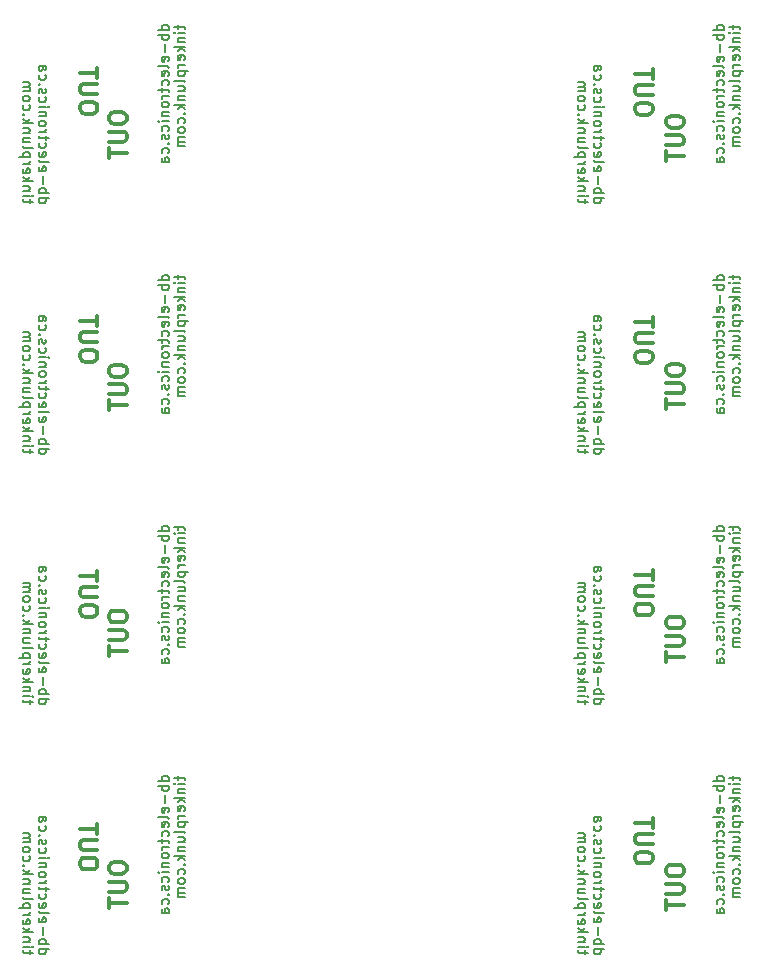
<source format=gbo>
G04 #@! TF.GenerationSoftware,KiCad,Pcbnew,(5.1.5)-3*
G04 #@! TF.CreationDate,2020-06-26T23:59:25-04:00*
G04 #@! TF.ProjectId,output_only,6f757470-7574-45f6-9f6e-6c792e6b6963,0.1*
G04 #@! TF.SameCoordinates,Original*
G04 #@! TF.FileFunction,Legend,Bot*
G04 #@! TF.FilePolarity,Positive*
%FSLAX46Y46*%
G04 Gerber Fmt 4.6, Leading zero omitted, Abs format (unit mm)*
G04 Created by KiCad (PCBNEW (5.1.5)-3) date 2020-06-26 23:59:25*
%MOMM*%
%LPD*%
G04 APERTURE LIST*
%ADD10C,0.203200*%
%ADD11C,0.300000*%
G04 APERTURE END LIST*
D10*
X95296000Y-137539333D02*
X95296000Y-137200666D01*
X95592333Y-137412333D02*
X94830333Y-137412333D01*
X94745666Y-137370000D01*
X94703333Y-137285333D01*
X94703333Y-137200666D01*
X94703333Y-136904333D02*
X95296000Y-136904333D01*
X95592333Y-136904333D02*
X95550000Y-136946666D01*
X95507666Y-136904333D01*
X95550000Y-136862000D01*
X95592333Y-136904333D01*
X95507666Y-136904333D01*
X95296000Y-136481000D02*
X94703333Y-136481000D01*
X95211333Y-136481000D02*
X95253666Y-136438666D01*
X95296000Y-136354000D01*
X95296000Y-136227000D01*
X95253666Y-136142333D01*
X95169000Y-136100000D01*
X94703333Y-136100000D01*
X94703333Y-135676666D02*
X95592333Y-135676666D01*
X95042000Y-135592000D02*
X94703333Y-135338000D01*
X95296000Y-135338000D02*
X94957333Y-135676666D01*
X94745666Y-134618333D02*
X94703333Y-134703000D01*
X94703333Y-134872333D01*
X94745666Y-134957000D01*
X94830333Y-134999333D01*
X95169000Y-134999333D01*
X95253666Y-134957000D01*
X95296000Y-134872333D01*
X95296000Y-134703000D01*
X95253666Y-134618333D01*
X95169000Y-134576000D01*
X95084333Y-134576000D01*
X94999666Y-134999333D01*
X94703333Y-134195000D02*
X95296000Y-134195000D01*
X95126666Y-134195000D02*
X95211333Y-134152666D01*
X95253666Y-134110333D01*
X95296000Y-134025666D01*
X95296000Y-133941000D01*
X95296000Y-133644666D02*
X94407000Y-133644666D01*
X95253666Y-133644666D02*
X95296000Y-133560000D01*
X95296000Y-133390666D01*
X95253666Y-133306000D01*
X95211333Y-133263666D01*
X95126666Y-133221333D01*
X94872666Y-133221333D01*
X94788000Y-133263666D01*
X94745666Y-133306000D01*
X94703333Y-133390666D01*
X94703333Y-133560000D01*
X94745666Y-133644666D01*
X94703333Y-132713333D02*
X94745666Y-132798000D01*
X94830333Y-132840333D01*
X95592333Y-132840333D01*
X95296000Y-131993666D02*
X94703333Y-131993666D01*
X95296000Y-132374666D02*
X94830333Y-132374666D01*
X94745666Y-132332333D01*
X94703333Y-132247666D01*
X94703333Y-132120666D01*
X94745666Y-132036000D01*
X94788000Y-131993666D01*
X95296000Y-131570333D02*
X94703333Y-131570333D01*
X95211333Y-131570333D02*
X95253666Y-131528000D01*
X95296000Y-131443333D01*
X95296000Y-131316333D01*
X95253666Y-131231666D01*
X95169000Y-131189333D01*
X94703333Y-131189333D01*
X94703333Y-130766000D02*
X95592333Y-130766000D01*
X95042000Y-130681333D02*
X94703333Y-130427333D01*
X95296000Y-130427333D02*
X94957333Y-130766000D01*
X94788000Y-130046333D02*
X94745666Y-130004000D01*
X94703333Y-130046333D01*
X94745666Y-130088666D01*
X94788000Y-130046333D01*
X94703333Y-130046333D01*
X94745666Y-129242000D02*
X94703333Y-129326666D01*
X94703333Y-129496000D01*
X94745666Y-129580666D01*
X94788000Y-129623000D01*
X94872666Y-129665333D01*
X95126666Y-129665333D01*
X95211333Y-129623000D01*
X95253666Y-129580666D01*
X95296000Y-129496000D01*
X95296000Y-129326666D01*
X95253666Y-129242000D01*
X94703333Y-128734000D02*
X94745666Y-128818666D01*
X94788000Y-128861000D01*
X94872666Y-128903333D01*
X95126666Y-128903333D01*
X95211333Y-128861000D01*
X95253666Y-128818666D01*
X95296000Y-128734000D01*
X95296000Y-128607000D01*
X95253666Y-128522333D01*
X95211333Y-128480000D01*
X95126666Y-128437666D01*
X94872666Y-128437666D01*
X94788000Y-128480000D01*
X94745666Y-128522333D01*
X94703333Y-128607000D01*
X94703333Y-128734000D01*
X94703333Y-128056666D02*
X95296000Y-128056666D01*
X95211333Y-128056666D02*
X95253666Y-128014333D01*
X95296000Y-127929666D01*
X95296000Y-127802666D01*
X95253666Y-127718000D01*
X95169000Y-127675666D01*
X94703333Y-127675666D01*
X95169000Y-127675666D02*
X95253666Y-127633333D01*
X95296000Y-127548666D01*
X95296000Y-127421666D01*
X95253666Y-127337000D01*
X95169000Y-127294666D01*
X94703333Y-127294666D01*
X107804000Y-101268666D02*
X107804000Y-101607333D01*
X107507666Y-101395666D02*
X108269666Y-101395666D01*
X108354333Y-101438000D01*
X108396666Y-101522666D01*
X108396666Y-101607333D01*
X108396666Y-101903666D02*
X107804000Y-101903666D01*
X107507666Y-101903666D02*
X107550000Y-101861333D01*
X107592333Y-101903666D01*
X107550000Y-101946000D01*
X107507666Y-101903666D01*
X107592333Y-101903666D01*
X107804000Y-102327000D02*
X108396666Y-102327000D01*
X107888666Y-102327000D02*
X107846333Y-102369333D01*
X107804000Y-102454000D01*
X107804000Y-102581000D01*
X107846333Y-102665666D01*
X107931000Y-102708000D01*
X108396666Y-102708000D01*
X108396666Y-103131333D02*
X107507666Y-103131333D01*
X108058000Y-103216000D02*
X108396666Y-103470000D01*
X107804000Y-103470000D02*
X108142666Y-103131333D01*
X108354333Y-104189666D02*
X108396666Y-104105000D01*
X108396666Y-103935666D01*
X108354333Y-103851000D01*
X108269666Y-103808666D01*
X107931000Y-103808666D01*
X107846333Y-103851000D01*
X107804000Y-103935666D01*
X107804000Y-104105000D01*
X107846333Y-104189666D01*
X107931000Y-104232000D01*
X108015666Y-104232000D01*
X108100333Y-103808666D01*
X108396666Y-104613000D02*
X107804000Y-104613000D01*
X107973333Y-104613000D02*
X107888666Y-104655333D01*
X107846333Y-104697666D01*
X107804000Y-104782333D01*
X107804000Y-104867000D01*
X107804000Y-105163333D02*
X108693000Y-105163333D01*
X107846333Y-105163333D02*
X107804000Y-105248000D01*
X107804000Y-105417333D01*
X107846333Y-105502000D01*
X107888666Y-105544333D01*
X107973333Y-105586666D01*
X108227333Y-105586666D01*
X108312000Y-105544333D01*
X108354333Y-105502000D01*
X108396666Y-105417333D01*
X108396666Y-105248000D01*
X108354333Y-105163333D01*
X108396666Y-106094666D02*
X108354333Y-106010000D01*
X108269666Y-105967666D01*
X107507666Y-105967666D01*
X107804000Y-106814333D02*
X108396666Y-106814333D01*
X107804000Y-106433333D02*
X108269666Y-106433333D01*
X108354333Y-106475666D01*
X108396666Y-106560333D01*
X108396666Y-106687333D01*
X108354333Y-106772000D01*
X108312000Y-106814333D01*
X107804000Y-107237666D02*
X108396666Y-107237666D01*
X107888666Y-107237666D02*
X107846333Y-107280000D01*
X107804000Y-107364666D01*
X107804000Y-107491666D01*
X107846333Y-107576333D01*
X107931000Y-107618666D01*
X108396666Y-107618666D01*
X108396666Y-108042000D02*
X107507666Y-108042000D01*
X108058000Y-108126666D02*
X108396666Y-108380666D01*
X107804000Y-108380666D02*
X108142666Y-108042000D01*
X108312000Y-108761666D02*
X108354333Y-108804000D01*
X108396666Y-108761666D01*
X108354333Y-108719333D01*
X108312000Y-108761666D01*
X108396666Y-108761666D01*
X108354333Y-109566000D02*
X108396666Y-109481333D01*
X108396666Y-109312000D01*
X108354333Y-109227333D01*
X108312000Y-109185000D01*
X108227333Y-109142666D01*
X107973333Y-109142666D01*
X107888666Y-109185000D01*
X107846333Y-109227333D01*
X107804000Y-109312000D01*
X107804000Y-109481333D01*
X107846333Y-109566000D01*
X108396666Y-110074000D02*
X108354333Y-109989333D01*
X108312000Y-109947000D01*
X108227333Y-109904666D01*
X107973333Y-109904666D01*
X107888666Y-109947000D01*
X107846333Y-109989333D01*
X107804000Y-110074000D01*
X107804000Y-110201000D01*
X107846333Y-110285666D01*
X107888666Y-110328000D01*
X107973333Y-110370333D01*
X108227333Y-110370333D01*
X108312000Y-110328000D01*
X108354333Y-110285666D01*
X108396666Y-110201000D01*
X108396666Y-110074000D01*
X108396666Y-110751333D02*
X107804000Y-110751333D01*
X107888666Y-110751333D02*
X107846333Y-110793666D01*
X107804000Y-110878333D01*
X107804000Y-111005333D01*
X107846333Y-111090000D01*
X107931000Y-111132333D01*
X108396666Y-111132333D01*
X107931000Y-111132333D02*
X107846333Y-111174666D01*
X107804000Y-111259333D01*
X107804000Y-111386333D01*
X107846333Y-111471000D01*
X107931000Y-111513333D01*
X108396666Y-111513333D01*
D11*
X101021428Y-130000000D02*
X101021428Y-129714285D01*
X100950000Y-129571428D01*
X100807142Y-129428571D01*
X100521428Y-129357142D01*
X100021428Y-129357142D01*
X99735714Y-129428571D01*
X99592857Y-129571428D01*
X99521428Y-129714285D01*
X99521428Y-130000000D01*
X99592857Y-130142857D01*
X99735714Y-130285714D01*
X100021428Y-130357142D01*
X100521428Y-130357142D01*
X100807142Y-130285714D01*
X100950000Y-130142857D01*
X101021428Y-130000000D01*
X101021428Y-128714285D02*
X99807142Y-128714285D01*
X99664285Y-128642857D01*
X99592857Y-128571428D01*
X99521428Y-128428571D01*
X99521428Y-128142857D01*
X99592857Y-128000000D01*
X99664285Y-127928571D01*
X99807142Y-127857142D01*
X101021428Y-127857142D01*
X101021428Y-127357142D02*
X101021428Y-126500000D01*
X99521428Y-126928571D02*
X101021428Y-126928571D01*
D10*
X96036833Y-137137166D02*
X96925833Y-137137166D01*
X96079166Y-137137166D02*
X96036833Y-137221833D01*
X96036833Y-137391166D01*
X96079166Y-137475833D01*
X96121500Y-137518166D01*
X96206166Y-137560500D01*
X96460166Y-137560500D01*
X96544833Y-137518166D01*
X96587166Y-137475833D01*
X96629500Y-137391166D01*
X96629500Y-137221833D01*
X96587166Y-137137166D01*
X96036833Y-136713833D02*
X96925833Y-136713833D01*
X96587166Y-136713833D02*
X96629500Y-136629166D01*
X96629500Y-136459833D01*
X96587166Y-136375166D01*
X96544833Y-136332833D01*
X96460166Y-136290500D01*
X96206166Y-136290500D01*
X96121500Y-136332833D01*
X96079166Y-136375166D01*
X96036833Y-136459833D01*
X96036833Y-136629166D01*
X96079166Y-136713833D01*
X96375500Y-135909500D02*
X96375500Y-135232166D01*
X96079166Y-134470166D02*
X96036833Y-134554833D01*
X96036833Y-134724166D01*
X96079166Y-134808833D01*
X96163833Y-134851166D01*
X96502500Y-134851166D01*
X96587166Y-134808833D01*
X96629500Y-134724166D01*
X96629500Y-134554833D01*
X96587166Y-134470166D01*
X96502500Y-134427833D01*
X96417833Y-134427833D01*
X96333166Y-134851166D01*
X96036833Y-133919833D02*
X96079166Y-134004500D01*
X96163833Y-134046833D01*
X96925833Y-134046833D01*
X96079166Y-133242500D02*
X96036833Y-133327166D01*
X96036833Y-133496500D01*
X96079166Y-133581166D01*
X96163833Y-133623500D01*
X96502500Y-133623500D01*
X96587166Y-133581166D01*
X96629500Y-133496500D01*
X96629500Y-133327166D01*
X96587166Y-133242500D01*
X96502500Y-133200166D01*
X96417833Y-133200166D01*
X96333166Y-133623500D01*
X96079166Y-132438166D02*
X96036833Y-132522833D01*
X96036833Y-132692166D01*
X96079166Y-132776833D01*
X96121500Y-132819166D01*
X96206166Y-132861500D01*
X96460166Y-132861500D01*
X96544833Y-132819166D01*
X96587166Y-132776833D01*
X96629500Y-132692166D01*
X96629500Y-132522833D01*
X96587166Y-132438166D01*
X96629500Y-132184166D02*
X96629500Y-131845500D01*
X96925833Y-132057166D02*
X96163833Y-132057166D01*
X96079166Y-132014833D01*
X96036833Y-131930166D01*
X96036833Y-131845500D01*
X96036833Y-131549166D02*
X96629500Y-131549166D01*
X96460166Y-131549166D02*
X96544833Y-131506833D01*
X96587166Y-131464500D01*
X96629500Y-131379833D01*
X96629500Y-131295166D01*
X96036833Y-130871833D02*
X96079166Y-130956500D01*
X96121500Y-130998833D01*
X96206166Y-131041166D01*
X96460166Y-131041166D01*
X96544833Y-130998833D01*
X96587166Y-130956500D01*
X96629500Y-130871833D01*
X96629500Y-130744833D01*
X96587166Y-130660166D01*
X96544833Y-130617833D01*
X96460166Y-130575500D01*
X96206166Y-130575500D01*
X96121500Y-130617833D01*
X96079166Y-130660166D01*
X96036833Y-130744833D01*
X96036833Y-130871833D01*
X96629500Y-130194500D02*
X96036833Y-130194500D01*
X96544833Y-130194500D02*
X96587166Y-130152166D01*
X96629500Y-130067500D01*
X96629500Y-129940500D01*
X96587166Y-129855833D01*
X96502500Y-129813500D01*
X96036833Y-129813500D01*
X96036833Y-129390166D02*
X96629500Y-129390166D01*
X96925833Y-129390166D02*
X96883500Y-129432500D01*
X96841166Y-129390166D01*
X96883500Y-129347833D01*
X96925833Y-129390166D01*
X96841166Y-129390166D01*
X96079166Y-128585833D02*
X96036833Y-128670500D01*
X96036833Y-128839833D01*
X96079166Y-128924500D01*
X96121500Y-128966833D01*
X96206166Y-129009166D01*
X96460166Y-129009166D01*
X96544833Y-128966833D01*
X96587166Y-128924500D01*
X96629500Y-128839833D01*
X96629500Y-128670500D01*
X96587166Y-128585833D01*
X96079166Y-128247166D02*
X96036833Y-128162500D01*
X96036833Y-127993166D01*
X96079166Y-127908500D01*
X96163833Y-127866166D01*
X96206166Y-127866166D01*
X96290833Y-127908500D01*
X96333166Y-127993166D01*
X96333166Y-128120166D01*
X96375500Y-128204833D01*
X96460166Y-128247166D01*
X96502500Y-128247166D01*
X96587166Y-128204833D01*
X96629500Y-128120166D01*
X96629500Y-127993166D01*
X96587166Y-127908500D01*
X96121500Y-127485166D02*
X96079166Y-127442833D01*
X96036833Y-127485166D01*
X96079166Y-127527500D01*
X96121500Y-127485166D01*
X96036833Y-127485166D01*
X96079166Y-126680833D02*
X96036833Y-126765500D01*
X96036833Y-126934833D01*
X96079166Y-127019500D01*
X96121500Y-127061833D01*
X96206166Y-127104166D01*
X96460166Y-127104166D01*
X96544833Y-127061833D01*
X96587166Y-127019500D01*
X96629500Y-126934833D01*
X96629500Y-126765500D01*
X96587166Y-126680833D01*
X96036833Y-125918833D02*
X96502500Y-125918833D01*
X96587166Y-125961166D01*
X96629500Y-126045833D01*
X96629500Y-126215166D01*
X96587166Y-126299833D01*
X96079166Y-125918833D02*
X96036833Y-126003500D01*
X96036833Y-126215166D01*
X96079166Y-126299833D01*
X96163833Y-126342166D01*
X96248500Y-126342166D01*
X96333166Y-126299833D01*
X96375500Y-126215166D01*
X96375500Y-126003500D01*
X96417833Y-125918833D01*
D11*
X101978571Y-108800000D02*
X101978571Y-109085714D01*
X102050000Y-109228571D01*
X102192857Y-109371428D01*
X102478571Y-109442857D01*
X102978571Y-109442857D01*
X103264285Y-109371428D01*
X103407142Y-109228571D01*
X103478571Y-109085714D01*
X103478571Y-108800000D01*
X103407142Y-108657142D01*
X103264285Y-108514285D01*
X102978571Y-108442857D01*
X102478571Y-108442857D01*
X102192857Y-108514285D01*
X102050000Y-108657142D01*
X101978571Y-108800000D01*
X101978571Y-110085714D02*
X103192857Y-110085714D01*
X103335714Y-110157142D01*
X103407142Y-110228571D01*
X103478571Y-110371428D01*
X103478571Y-110657142D01*
X103407142Y-110800000D01*
X103335714Y-110871428D01*
X103192857Y-110942857D01*
X101978571Y-110942857D01*
X101978571Y-111442857D02*
X101978571Y-112300000D01*
X103478571Y-111871428D02*
X101978571Y-111871428D01*
X101021428Y-108600000D02*
X101021428Y-108314285D01*
X100950000Y-108171428D01*
X100807142Y-108028571D01*
X100521428Y-107957142D01*
X100021428Y-107957142D01*
X99735714Y-108028571D01*
X99592857Y-108171428D01*
X99521428Y-108314285D01*
X99521428Y-108600000D01*
X99592857Y-108742857D01*
X99735714Y-108885714D01*
X100021428Y-108957142D01*
X100521428Y-108957142D01*
X100807142Y-108885714D01*
X100950000Y-108742857D01*
X101021428Y-108600000D01*
X101021428Y-107314285D02*
X99807142Y-107314285D01*
X99664285Y-107242857D01*
X99592857Y-107171428D01*
X99521428Y-107028571D01*
X99521428Y-106742857D01*
X99592857Y-106600000D01*
X99664285Y-106528571D01*
X99807142Y-106457142D01*
X101021428Y-106457142D01*
X101021428Y-105957142D02*
X101021428Y-105100000D01*
X99521428Y-105528571D02*
X101021428Y-105528571D01*
D10*
X107063166Y-122870833D02*
X106174166Y-122870833D01*
X107020833Y-122870833D02*
X107063166Y-122786166D01*
X107063166Y-122616833D01*
X107020833Y-122532166D01*
X106978500Y-122489833D01*
X106893833Y-122447500D01*
X106639833Y-122447500D01*
X106555166Y-122489833D01*
X106512833Y-122532166D01*
X106470500Y-122616833D01*
X106470500Y-122786166D01*
X106512833Y-122870833D01*
X107063166Y-123294166D02*
X106174166Y-123294166D01*
X106512833Y-123294166D02*
X106470500Y-123378833D01*
X106470500Y-123548166D01*
X106512833Y-123632833D01*
X106555166Y-123675166D01*
X106639833Y-123717500D01*
X106893833Y-123717500D01*
X106978500Y-123675166D01*
X107020833Y-123632833D01*
X107063166Y-123548166D01*
X107063166Y-123378833D01*
X107020833Y-123294166D01*
X106724500Y-124098500D02*
X106724500Y-124775833D01*
X107020833Y-125537833D02*
X107063166Y-125453166D01*
X107063166Y-125283833D01*
X107020833Y-125199166D01*
X106936166Y-125156833D01*
X106597500Y-125156833D01*
X106512833Y-125199166D01*
X106470500Y-125283833D01*
X106470500Y-125453166D01*
X106512833Y-125537833D01*
X106597500Y-125580166D01*
X106682166Y-125580166D01*
X106766833Y-125156833D01*
X107063166Y-126088166D02*
X107020833Y-126003500D01*
X106936166Y-125961166D01*
X106174166Y-125961166D01*
X107020833Y-126765500D02*
X107063166Y-126680833D01*
X107063166Y-126511500D01*
X107020833Y-126426833D01*
X106936166Y-126384500D01*
X106597500Y-126384500D01*
X106512833Y-126426833D01*
X106470500Y-126511500D01*
X106470500Y-126680833D01*
X106512833Y-126765500D01*
X106597500Y-126807833D01*
X106682166Y-126807833D01*
X106766833Y-126384500D01*
X107020833Y-127569833D02*
X107063166Y-127485166D01*
X107063166Y-127315833D01*
X107020833Y-127231166D01*
X106978500Y-127188833D01*
X106893833Y-127146500D01*
X106639833Y-127146500D01*
X106555166Y-127188833D01*
X106512833Y-127231166D01*
X106470500Y-127315833D01*
X106470500Y-127485166D01*
X106512833Y-127569833D01*
X106470500Y-127823833D02*
X106470500Y-128162500D01*
X106174166Y-127950833D02*
X106936166Y-127950833D01*
X107020833Y-127993166D01*
X107063166Y-128077833D01*
X107063166Y-128162500D01*
X107063166Y-128458833D02*
X106470500Y-128458833D01*
X106639833Y-128458833D02*
X106555166Y-128501166D01*
X106512833Y-128543500D01*
X106470500Y-128628166D01*
X106470500Y-128712833D01*
X107063166Y-129136166D02*
X107020833Y-129051500D01*
X106978500Y-129009166D01*
X106893833Y-128966833D01*
X106639833Y-128966833D01*
X106555166Y-129009166D01*
X106512833Y-129051500D01*
X106470500Y-129136166D01*
X106470500Y-129263166D01*
X106512833Y-129347833D01*
X106555166Y-129390166D01*
X106639833Y-129432500D01*
X106893833Y-129432500D01*
X106978500Y-129390166D01*
X107020833Y-129347833D01*
X107063166Y-129263166D01*
X107063166Y-129136166D01*
X106470500Y-129813500D02*
X107063166Y-129813500D01*
X106555166Y-129813500D02*
X106512833Y-129855833D01*
X106470500Y-129940500D01*
X106470500Y-130067500D01*
X106512833Y-130152166D01*
X106597500Y-130194500D01*
X107063166Y-130194500D01*
X107063166Y-130617833D02*
X106470500Y-130617833D01*
X106174166Y-130617833D02*
X106216500Y-130575500D01*
X106258833Y-130617833D01*
X106216500Y-130660166D01*
X106174166Y-130617833D01*
X106258833Y-130617833D01*
X107020833Y-131422166D02*
X107063166Y-131337500D01*
X107063166Y-131168166D01*
X107020833Y-131083500D01*
X106978500Y-131041166D01*
X106893833Y-130998833D01*
X106639833Y-130998833D01*
X106555166Y-131041166D01*
X106512833Y-131083500D01*
X106470500Y-131168166D01*
X106470500Y-131337500D01*
X106512833Y-131422166D01*
X107020833Y-131760833D02*
X107063166Y-131845500D01*
X107063166Y-132014833D01*
X107020833Y-132099500D01*
X106936166Y-132141833D01*
X106893833Y-132141833D01*
X106809166Y-132099500D01*
X106766833Y-132014833D01*
X106766833Y-131887833D01*
X106724500Y-131803166D01*
X106639833Y-131760833D01*
X106597500Y-131760833D01*
X106512833Y-131803166D01*
X106470500Y-131887833D01*
X106470500Y-132014833D01*
X106512833Y-132099500D01*
X106978500Y-132522833D02*
X107020833Y-132565166D01*
X107063166Y-132522833D01*
X107020833Y-132480500D01*
X106978500Y-132522833D01*
X107063166Y-132522833D01*
X107020833Y-133327166D02*
X107063166Y-133242500D01*
X107063166Y-133073166D01*
X107020833Y-132988500D01*
X106978500Y-132946166D01*
X106893833Y-132903833D01*
X106639833Y-132903833D01*
X106555166Y-132946166D01*
X106512833Y-132988500D01*
X106470500Y-133073166D01*
X106470500Y-133242500D01*
X106512833Y-133327166D01*
X107063166Y-134089166D02*
X106597500Y-134089166D01*
X106512833Y-134046833D01*
X106470500Y-133962166D01*
X106470500Y-133792833D01*
X106512833Y-133708166D01*
X107020833Y-134089166D02*
X107063166Y-134004500D01*
X107063166Y-133792833D01*
X107020833Y-133708166D01*
X106936166Y-133665833D01*
X106851500Y-133665833D01*
X106766833Y-133708166D01*
X106724500Y-133792833D01*
X106724500Y-134004500D01*
X106682166Y-134089166D01*
X107804000Y-122468666D02*
X107804000Y-122807333D01*
X107507666Y-122595666D02*
X108269666Y-122595666D01*
X108354333Y-122638000D01*
X108396666Y-122722666D01*
X108396666Y-122807333D01*
X108396666Y-123103666D02*
X107804000Y-123103666D01*
X107507666Y-123103666D02*
X107550000Y-123061333D01*
X107592333Y-123103666D01*
X107550000Y-123146000D01*
X107507666Y-123103666D01*
X107592333Y-123103666D01*
X107804000Y-123527000D02*
X108396666Y-123527000D01*
X107888666Y-123527000D02*
X107846333Y-123569333D01*
X107804000Y-123654000D01*
X107804000Y-123781000D01*
X107846333Y-123865666D01*
X107931000Y-123908000D01*
X108396666Y-123908000D01*
X108396666Y-124331333D02*
X107507666Y-124331333D01*
X108058000Y-124416000D02*
X108396666Y-124670000D01*
X107804000Y-124670000D02*
X108142666Y-124331333D01*
X108354333Y-125389666D02*
X108396666Y-125305000D01*
X108396666Y-125135666D01*
X108354333Y-125051000D01*
X108269666Y-125008666D01*
X107931000Y-125008666D01*
X107846333Y-125051000D01*
X107804000Y-125135666D01*
X107804000Y-125305000D01*
X107846333Y-125389666D01*
X107931000Y-125432000D01*
X108015666Y-125432000D01*
X108100333Y-125008666D01*
X108396666Y-125813000D02*
X107804000Y-125813000D01*
X107973333Y-125813000D02*
X107888666Y-125855333D01*
X107846333Y-125897666D01*
X107804000Y-125982333D01*
X107804000Y-126067000D01*
X107804000Y-126363333D02*
X108693000Y-126363333D01*
X107846333Y-126363333D02*
X107804000Y-126448000D01*
X107804000Y-126617333D01*
X107846333Y-126702000D01*
X107888666Y-126744333D01*
X107973333Y-126786666D01*
X108227333Y-126786666D01*
X108312000Y-126744333D01*
X108354333Y-126702000D01*
X108396666Y-126617333D01*
X108396666Y-126448000D01*
X108354333Y-126363333D01*
X108396666Y-127294666D02*
X108354333Y-127210000D01*
X108269666Y-127167666D01*
X107507666Y-127167666D01*
X107804000Y-128014333D02*
X108396666Y-128014333D01*
X107804000Y-127633333D02*
X108269666Y-127633333D01*
X108354333Y-127675666D01*
X108396666Y-127760333D01*
X108396666Y-127887333D01*
X108354333Y-127972000D01*
X108312000Y-128014333D01*
X107804000Y-128437666D02*
X108396666Y-128437666D01*
X107888666Y-128437666D02*
X107846333Y-128480000D01*
X107804000Y-128564666D01*
X107804000Y-128691666D01*
X107846333Y-128776333D01*
X107931000Y-128818666D01*
X108396666Y-128818666D01*
X108396666Y-129242000D02*
X107507666Y-129242000D01*
X108058000Y-129326666D02*
X108396666Y-129580666D01*
X107804000Y-129580666D02*
X108142666Y-129242000D01*
X108312000Y-129961666D02*
X108354333Y-130004000D01*
X108396666Y-129961666D01*
X108354333Y-129919333D01*
X108312000Y-129961666D01*
X108396666Y-129961666D01*
X108354333Y-130766000D02*
X108396666Y-130681333D01*
X108396666Y-130512000D01*
X108354333Y-130427333D01*
X108312000Y-130385000D01*
X108227333Y-130342666D01*
X107973333Y-130342666D01*
X107888666Y-130385000D01*
X107846333Y-130427333D01*
X107804000Y-130512000D01*
X107804000Y-130681333D01*
X107846333Y-130766000D01*
X108396666Y-131274000D02*
X108354333Y-131189333D01*
X108312000Y-131147000D01*
X108227333Y-131104666D01*
X107973333Y-131104666D01*
X107888666Y-131147000D01*
X107846333Y-131189333D01*
X107804000Y-131274000D01*
X107804000Y-131401000D01*
X107846333Y-131485666D01*
X107888666Y-131528000D01*
X107973333Y-131570333D01*
X108227333Y-131570333D01*
X108312000Y-131528000D01*
X108354333Y-131485666D01*
X108396666Y-131401000D01*
X108396666Y-131274000D01*
X108396666Y-131951333D02*
X107804000Y-131951333D01*
X107888666Y-131951333D02*
X107846333Y-131993666D01*
X107804000Y-132078333D01*
X107804000Y-132205333D01*
X107846333Y-132290000D01*
X107931000Y-132332333D01*
X108396666Y-132332333D01*
X107931000Y-132332333D02*
X107846333Y-132374666D01*
X107804000Y-132459333D01*
X107804000Y-132586333D01*
X107846333Y-132671000D01*
X107931000Y-132713333D01*
X108396666Y-132713333D01*
X107063166Y-101670833D02*
X106174166Y-101670833D01*
X107020833Y-101670833D02*
X107063166Y-101586166D01*
X107063166Y-101416833D01*
X107020833Y-101332166D01*
X106978500Y-101289833D01*
X106893833Y-101247500D01*
X106639833Y-101247500D01*
X106555166Y-101289833D01*
X106512833Y-101332166D01*
X106470500Y-101416833D01*
X106470500Y-101586166D01*
X106512833Y-101670833D01*
X107063166Y-102094166D02*
X106174166Y-102094166D01*
X106512833Y-102094166D02*
X106470500Y-102178833D01*
X106470500Y-102348166D01*
X106512833Y-102432833D01*
X106555166Y-102475166D01*
X106639833Y-102517500D01*
X106893833Y-102517500D01*
X106978500Y-102475166D01*
X107020833Y-102432833D01*
X107063166Y-102348166D01*
X107063166Y-102178833D01*
X107020833Y-102094166D01*
X106724500Y-102898500D02*
X106724500Y-103575833D01*
X107020833Y-104337833D02*
X107063166Y-104253166D01*
X107063166Y-104083833D01*
X107020833Y-103999166D01*
X106936166Y-103956833D01*
X106597500Y-103956833D01*
X106512833Y-103999166D01*
X106470500Y-104083833D01*
X106470500Y-104253166D01*
X106512833Y-104337833D01*
X106597500Y-104380166D01*
X106682166Y-104380166D01*
X106766833Y-103956833D01*
X107063166Y-104888166D02*
X107020833Y-104803500D01*
X106936166Y-104761166D01*
X106174166Y-104761166D01*
X107020833Y-105565500D02*
X107063166Y-105480833D01*
X107063166Y-105311500D01*
X107020833Y-105226833D01*
X106936166Y-105184500D01*
X106597500Y-105184500D01*
X106512833Y-105226833D01*
X106470500Y-105311500D01*
X106470500Y-105480833D01*
X106512833Y-105565500D01*
X106597500Y-105607833D01*
X106682166Y-105607833D01*
X106766833Y-105184500D01*
X107020833Y-106369833D02*
X107063166Y-106285166D01*
X107063166Y-106115833D01*
X107020833Y-106031166D01*
X106978500Y-105988833D01*
X106893833Y-105946500D01*
X106639833Y-105946500D01*
X106555166Y-105988833D01*
X106512833Y-106031166D01*
X106470500Y-106115833D01*
X106470500Y-106285166D01*
X106512833Y-106369833D01*
X106470500Y-106623833D02*
X106470500Y-106962500D01*
X106174166Y-106750833D02*
X106936166Y-106750833D01*
X107020833Y-106793166D01*
X107063166Y-106877833D01*
X107063166Y-106962500D01*
X107063166Y-107258833D02*
X106470500Y-107258833D01*
X106639833Y-107258833D02*
X106555166Y-107301166D01*
X106512833Y-107343500D01*
X106470500Y-107428166D01*
X106470500Y-107512833D01*
X107063166Y-107936166D02*
X107020833Y-107851500D01*
X106978500Y-107809166D01*
X106893833Y-107766833D01*
X106639833Y-107766833D01*
X106555166Y-107809166D01*
X106512833Y-107851500D01*
X106470500Y-107936166D01*
X106470500Y-108063166D01*
X106512833Y-108147833D01*
X106555166Y-108190166D01*
X106639833Y-108232500D01*
X106893833Y-108232500D01*
X106978500Y-108190166D01*
X107020833Y-108147833D01*
X107063166Y-108063166D01*
X107063166Y-107936166D01*
X106470500Y-108613500D02*
X107063166Y-108613500D01*
X106555166Y-108613500D02*
X106512833Y-108655833D01*
X106470500Y-108740500D01*
X106470500Y-108867500D01*
X106512833Y-108952166D01*
X106597500Y-108994500D01*
X107063166Y-108994500D01*
X107063166Y-109417833D02*
X106470500Y-109417833D01*
X106174166Y-109417833D02*
X106216500Y-109375500D01*
X106258833Y-109417833D01*
X106216500Y-109460166D01*
X106174166Y-109417833D01*
X106258833Y-109417833D01*
X107020833Y-110222166D02*
X107063166Y-110137500D01*
X107063166Y-109968166D01*
X107020833Y-109883500D01*
X106978500Y-109841166D01*
X106893833Y-109798833D01*
X106639833Y-109798833D01*
X106555166Y-109841166D01*
X106512833Y-109883500D01*
X106470500Y-109968166D01*
X106470500Y-110137500D01*
X106512833Y-110222166D01*
X107020833Y-110560833D02*
X107063166Y-110645500D01*
X107063166Y-110814833D01*
X107020833Y-110899500D01*
X106936166Y-110941833D01*
X106893833Y-110941833D01*
X106809166Y-110899500D01*
X106766833Y-110814833D01*
X106766833Y-110687833D01*
X106724500Y-110603166D01*
X106639833Y-110560833D01*
X106597500Y-110560833D01*
X106512833Y-110603166D01*
X106470500Y-110687833D01*
X106470500Y-110814833D01*
X106512833Y-110899500D01*
X106978500Y-111322833D02*
X107020833Y-111365166D01*
X107063166Y-111322833D01*
X107020833Y-111280500D01*
X106978500Y-111322833D01*
X107063166Y-111322833D01*
X107020833Y-112127166D02*
X107063166Y-112042500D01*
X107063166Y-111873166D01*
X107020833Y-111788500D01*
X106978500Y-111746166D01*
X106893833Y-111703833D01*
X106639833Y-111703833D01*
X106555166Y-111746166D01*
X106512833Y-111788500D01*
X106470500Y-111873166D01*
X106470500Y-112042500D01*
X106512833Y-112127166D01*
X107063166Y-112889166D02*
X106597500Y-112889166D01*
X106512833Y-112846833D01*
X106470500Y-112762166D01*
X106470500Y-112592833D01*
X106512833Y-112508166D01*
X107020833Y-112889166D02*
X107063166Y-112804500D01*
X107063166Y-112592833D01*
X107020833Y-112508166D01*
X106936166Y-112465833D01*
X106851500Y-112465833D01*
X106766833Y-112508166D01*
X106724500Y-112592833D01*
X106724500Y-112804500D01*
X106682166Y-112889166D01*
X96036833Y-115937166D02*
X96925833Y-115937166D01*
X96079166Y-115937166D02*
X96036833Y-116021833D01*
X96036833Y-116191166D01*
X96079166Y-116275833D01*
X96121500Y-116318166D01*
X96206166Y-116360500D01*
X96460166Y-116360500D01*
X96544833Y-116318166D01*
X96587166Y-116275833D01*
X96629500Y-116191166D01*
X96629500Y-116021833D01*
X96587166Y-115937166D01*
X96036833Y-115513833D02*
X96925833Y-115513833D01*
X96587166Y-115513833D02*
X96629500Y-115429166D01*
X96629500Y-115259833D01*
X96587166Y-115175166D01*
X96544833Y-115132833D01*
X96460166Y-115090500D01*
X96206166Y-115090500D01*
X96121500Y-115132833D01*
X96079166Y-115175166D01*
X96036833Y-115259833D01*
X96036833Y-115429166D01*
X96079166Y-115513833D01*
X96375500Y-114709500D02*
X96375500Y-114032166D01*
X96079166Y-113270166D02*
X96036833Y-113354833D01*
X96036833Y-113524166D01*
X96079166Y-113608833D01*
X96163833Y-113651166D01*
X96502500Y-113651166D01*
X96587166Y-113608833D01*
X96629500Y-113524166D01*
X96629500Y-113354833D01*
X96587166Y-113270166D01*
X96502500Y-113227833D01*
X96417833Y-113227833D01*
X96333166Y-113651166D01*
X96036833Y-112719833D02*
X96079166Y-112804500D01*
X96163833Y-112846833D01*
X96925833Y-112846833D01*
X96079166Y-112042500D02*
X96036833Y-112127166D01*
X96036833Y-112296500D01*
X96079166Y-112381166D01*
X96163833Y-112423500D01*
X96502500Y-112423500D01*
X96587166Y-112381166D01*
X96629500Y-112296500D01*
X96629500Y-112127166D01*
X96587166Y-112042500D01*
X96502500Y-112000166D01*
X96417833Y-112000166D01*
X96333166Y-112423500D01*
X96079166Y-111238166D02*
X96036833Y-111322833D01*
X96036833Y-111492166D01*
X96079166Y-111576833D01*
X96121500Y-111619166D01*
X96206166Y-111661500D01*
X96460166Y-111661500D01*
X96544833Y-111619166D01*
X96587166Y-111576833D01*
X96629500Y-111492166D01*
X96629500Y-111322833D01*
X96587166Y-111238166D01*
X96629500Y-110984166D02*
X96629500Y-110645500D01*
X96925833Y-110857166D02*
X96163833Y-110857166D01*
X96079166Y-110814833D01*
X96036833Y-110730166D01*
X96036833Y-110645500D01*
X96036833Y-110349166D02*
X96629500Y-110349166D01*
X96460166Y-110349166D02*
X96544833Y-110306833D01*
X96587166Y-110264500D01*
X96629500Y-110179833D01*
X96629500Y-110095166D01*
X96036833Y-109671833D02*
X96079166Y-109756500D01*
X96121500Y-109798833D01*
X96206166Y-109841166D01*
X96460166Y-109841166D01*
X96544833Y-109798833D01*
X96587166Y-109756500D01*
X96629500Y-109671833D01*
X96629500Y-109544833D01*
X96587166Y-109460166D01*
X96544833Y-109417833D01*
X96460166Y-109375500D01*
X96206166Y-109375500D01*
X96121500Y-109417833D01*
X96079166Y-109460166D01*
X96036833Y-109544833D01*
X96036833Y-109671833D01*
X96629500Y-108994500D02*
X96036833Y-108994500D01*
X96544833Y-108994500D02*
X96587166Y-108952166D01*
X96629500Y-108867500D01*
X96629500Y-108740500D01*
X96587166Y-108655833D01*
X96502500Y-108613500D01*
X96036833Y-108613500D01*
X96036833Y-108190166D02*
X96629500Y-108190166D01*
X96925833Y-108190166D02*
X96883500Y-108232500D01*
X96841166Y-108190166D01*
X96883500Y-108147833D01*
X96925833Y-108190166D01*
X96841166Y-108190166D01*
X96079166Y-107385833D02*
X96036833Y-107470500D01*
X96036833Y-107639833D01*
X96079166Y-107724500D01*
X96121500Y-107766833D01*
X96206166Y-107809166D01*
X96460166Y-107809166D01*
X96544833Y-107766833D01*
X96587166Y-107724500D01*
X96629500Y-107639833D01*
X96629500Y-107470500D01*
X96587166Y-107385833D01*
X96079166Y-107047166D02*
X96036833Y-106962500D01*
X96036833Y-106793166D01*
X96079166Y-106708500D01*
X96163833Y-106666166D01*
X96206166Y-106666166D01*
X96290833Y-106708500D01*
X96333166Y-106793166D01*
X96333166Y-106920166D01*
X96375500Y-107004833D01*
X96460166Y-107047166D01*
X96502500Y-107047166D01*
X96587166Y-107004833D01*
X96629500Y-106920166D01*
X96629500Y-106793166D01*
X96587166Y-106708500D01*
X96121500Y-106285166D02*
X96079166Y-106242833D01*
X96036833Y-106285166D01*
X96079166Y-106327500D01*
X96121500Y-106285166D01*
X96036833Y-106285166D01*
X96079166Y-105480833D02*
X96036833Y-105565500D01*
X96036833Y-105734833D01*
X96079166Y-105819500D01*
X96121500Y-105861833D01*
X96206166Y-105904166D01*
X96460166Y-105904166D01*
X96544833Y-105861833D01*
X96587166Y-105819500D01*
X96629500Y-105734833D01*
X96629500Y-105565500D01*
X96587166Y-105480833D01*
X96036833Y-104718833D02*
X96502500Y-104718833D01*
X96587166Y-104761166D01*
X96629500Y-104845833D01*
X96629500Y-105015166D01*
X96587166Y-105099833D01*
X96079166Y-104718833D02*
X96036833Y-104803500D01*
X96036833Y-105015166D01*
X96079166Y-105099833D01*
X96163833Y-105142166D01*
X96248500Y-105142166D01*
X96333166Y-105099833D01*
X96375500Y-105015166D01*
X96375500Y-104803500D01*
X96417833Y-104718833D01*
X95296000Y-116339333D02*
X95296000Y-116000666D01*
X95592333Y-116212333D02*
X94830333Y-116212333D01*
X94745666Y-116170000D01*
X94703333Y-116085333D01*
X94703333Y-116000666D01*
X94703333Y-115704333D02*
X95296000Y-115704333D01*
X95592333Y-115704333D02*
X95550000Y-115746666D01*
X95507666Y-115704333D01*
X95550000Y-115662000D01*
X95592333Y-115704333D01*
X95507666Y-115704333D01*
X95296000Y-115281000D02*
X94703333Y-115281000D01*
X95211333Y-115281000D02*
X95253666Y-115238666D01*
X95296000Y-115154000D01*
X95296000Y-115027000D01*
X95253666Y-114942333D01*
X95169000Y-114900000D01*
X94703333Y-114900000D01*
X94703333Y-114476666D02*
X95592333Y-114476666D01*
X95042000Y-114392000D02*
X94703333Y-114138000D01*
X95296000Y-114138000D02*
X94957333Y-114476666D01*
X94745666Y-113418333D02*
X94703333Y-113503000D01*
X94703333Y-113672333D01*
X94745666Y-113757000D01*
X94830333Y-113799333D01*
X95169000Y-113799333D01*
X95253666Y-113757000D01*
X95296000Y-113672333D01*
X95296000Y-113503000D01*
X95253666Y-113418333D01*
X95169000Y-113376000D01*
X95084333Y-113376000D01*
X94999666Y-113799333D01*
X94703333Y-112995000D02*
X95296000Y-112995000D01*
X95126666Y-112995000D02*
X95211333Y-112952666D01*
X95253666Y-112910333D01*
X95296000Y-112825666D01*
X95296000Y-112741000D01*
X95296000Y-112444666D02*
X94407000Y-112444666D01*
X95253666Y-112444666D02*
X95296000Y-112360000D01*
X95296000Y-112190666D01*
X95253666Y-112106000D01*
X95211333Y-112063666D01*
X95126666Y-112021333D01*
X94872666Y-112021333D01*
X94788000Y-112063666D01*
X94745666Y-112106000D01*
X94703333Y-112190666D01*
X94703333Y-112360000D01*
X94745666Y-112444666D01*
X94703333Y-111513333D02*
X94745666Y-111598000D01*
X94830333Y-111640333D01*
X95592333Y-111640333D01*
X95296000Y-110793666D02*
X94703333Y-110793666D01*
X95296000Y-111174666D02*
X94830333Y-111174666D01*
X94745666Y-111132333D01*
X94703333Y-111047666D01*
X94703333Y-110920666D01*
X94745666Y-110836000D01*
X94788000Y-110793666D01*
X95296000Y-110370333D02*
X94703333Y-110370333D01*
X95211333Y-110370333D02*
X95253666Y-110328000D01*
X95296000Y-110243333D01*
X95296000Y-110116333D01*
X95253666Y-110031666D01*
X95169000Y-109989333D01*
X94703333Y-109989333D01*
X94703333Y-109566000D02*
X95592333Y-109566000D01*
X95042000Y-109481333D02*
X94703333Y-109227333D01*
X95296000Y-109227333D02*
X94957333Y-109566000D01*
X94788000Y-108846333D02*
X94745666Y-108804000D01*
X94703333Y-108846333D01*
X94745666Y-108888666D01*
X94788000Y-108846333D01*
X94703333Y-108846333D01*
X94745666Y-108042000D02*
X94703333Y-108126666D01*
X94703333Y-108296000D01*
X94745666Y-108380666D01*
X94788000Y-108423000D01*
X94872666Y-108465333D01*
X95126666Y-108465333D01*
X95211333Y-108423000D01*
X95253666Y-108380666D01*
X95296000Y-108296000D01*
X95296000Y-108126666D01*
X95253666Y-108042000D01*
X94703333Y-107534000D02*
X94745666Y-107618666D01*
X94788000Y-107661000D01*
X94872666Y-107703333D01*
X95126666Y-107703333D01*
X95211333Y-107661000D01*
X95253666Y-107618666D01*
X95296000Y-107534000D01*
X95296000Y-107407000D01*
X95253666Y-107322333D01*
X95211333Y-107280000D01*
X95126666Y-107237666D01*
X94872666Y-107237666D01*
X94788000Y-107280000D01*
X94745666Y-107322333D01*
X94703333Y-107407000D01*
X94703333Y-107534000D01*
X94703333Y-106856666D02*
X95296000Y-106856666D01*
X95211333Y-106856666D02*
X95253666Y-106814333D01*
X95296000Y-106729666D01*
X95296000Y-106602666D01*
X95253666Y-106518000D01*
X95169000Y-106475666D01*
X94703333Y-106475666D01*
X95169000Y-106475666D02*
X95253666Y-106433333D01*
X95296000Y-106348666D01*
X95296000Y-106221666D01*
X95253666Y-106137000D01*
X95169000Y-106094666D01*
X94703333Y-106094666D01*
D11*
X101978571Y-130100000D02*
X101978571Y-130385714D01*
X102050000Y-130528571D01*
X102192857Y-130671428D01*
X102478571Y-130742857D01*
X102978571Y-130742857D01*
X103264285Y-130671428D01*
X103407142Y-130528571D01*
X103478571Y-130385714D01*
X103478571Y-130100000D01*
X103407142Y-129957142D01*
X103264285Y-129814285D01*
X102978571Y-129742857D01*
X102478571Y-129742857D01*
X102192857Y-129814285D01*
X102050000Y-129957142D01*
X101978571Y-130100000D01*
X101978571Y-131385714D02*
X103192857Y-131385714D01*
X103335714Y-131457142D01*
X103407142Y-131528571D01*
X103478571Y-131671428D01*
X103478571Y-131957142D01*
X103407142Y-132100000D01*
X103335714Y-132171428D01*
X103192857Y-132242857D01*
X101978571Y-132242857D01*
X101978571Y-132742857D02*
X101978571Y-133600000D01*
X103478571Y-133171428D02*
X101978571Y-133171428D01*
D10*
X154063166Y-101670833D02*
X153174166Y-101670833D01*
X154020833Y-101670833D02*
X154063166Y-101586166D01*
X154063166Y-101416833D01*
X154020833Y-101332166D01*
X153978500Y-101289833D01*
X153893833Y-101247500D01*
X153639833Y-101247500D01*
X153555166Y-101289833D01*
X153512833Y-101332166D01*
X153470500Y-101416833D01*
X153470500Y-101586166D01*
X153512833Y-101670833D01*
X154063166Y-102094166D02*
X153174166Y-102094166D01*
X153512833Y-102094166D02*
X153470500Y-102178833D01*
X153470500Y-102348166D01*
X153512833Y-102432833D01*
X153555166Y-102475166D01*
X153639833Y-102517500D01*
X153893833Y-102517500D01*
X153978500Y-102475166D01*
X154020833Y-102432833D01*
X154063166Y-102348166D01*
X154063166Y-102178833D01*
X154020833Y-102094166D01*
X153724500Y-102898500D02*
X153724500Y-103575833D01*
X154020833Y-104337833D02*
X154063166Y-104253166D01*
X154063166Y-104083833D01*
X154020833Y-103999166D01*
X153936166Y-103956833D01*
X153597500Y-103956833D01*
X153512833Y-103999166D01*
X153470500Y-104083833D01*
X153470500Y-104253166D01*
X153512833Y-104337833D01*
X153597500Y-104380166D01*
X153682166Y-104380166D01*
X153766833Y-103956833D01*
X154063166Y-104888166D02*
X154020833Y-104803500D01*
X153936166Y-104761166D01*
X153174166Y-104761166D01*
X154020833Y-105565500D02*
X154063166Y-105480833D01*
X154063166Y-105311500D01*
X154020833Y-105226833D01*
X153936166Y-105184500D01*
X153597500Y-105184500D01*
X153512833Y-105226833D01*
X153470500Y-105311500D01*
X153470500Y-105480833D01*
X153512833Y-105565500D01*
X153597500Y-105607833D01*
X153682166Y-105607833D01*
X153766833Y-105184500D01*
X154020833Y-106369833D02*
X154063166Y-106285166D01*
X154063166Y-106115833D01*
X154020833Y-106031166D01*
X153978500Y-105988833D01*
X153893833Y-105946500D01*
X153639833Y-105946500D01*
X153555166Y-105988833D01*
X153512833Y-106031166D01*
X153470500Y-106115833D01*
X153470500Y-106285166D01*
X153512833Y-106369833D01*
X153470500Y-106623833D02*
X153470500Y-106962500D01*
X153174166Y-106750833D02*
X153936166Y-106750833D01*
X154020833Y-106793166D01*
X154063166Y-106877833D01*
X154063166Y-106962500D01*
X154063166Y-107258833D02*
X153470500Y-107258833D01*
X153639833Y-107258833D02*
X153555166Y-107301166D01*
X153512833Y-107343500D01*
X153470500Y-107428166D01*
X153470500Y-107512833D01*
X154063166Y-107936166D02*
X154020833Y-107851500D01*
X153978500Y-107809166D01*
X153893833Y-107766833D01*
X153639833Y-107766833D01*
X153555166Y-107809166D01*
X153512833Y-107851500D01*
X153470500Y-107936166D01*
X153470500Y-108063166D01*
X153512833Y-108147833D01*
X153555166Y-108190166D01*
X153639833Y-108232500D01*
X153893833Y-108232500D01*
X153978500Y-108190166D01*
X154020833Y-108147833D01*
X154063166Y-108063166D01*
X154063166Y-107936166D01*
X153470500Y-108613500D02*
X154063166Y-108613500D01*
X153555166Y-108613500D02*
X153512833Y-108655833D01*
X153470500Y-108740500D01*
X153470500Y-108867500D01*
X153512833Y-108952166D01*
X153597500Y-108994500D01*
X154063166Y-108994500D01*
X154063166Y-109417833D02*
X153470500Y-109417833D01*
X153174166Y-109417833D02*
X153216500Y-109375500D01*
X153258833Y-109417833D01*
X153216500Y-109460166D01*
X153174166Y-109417833D01*
X153258833Y-109417833D01*
X154020833Y-110222166D02*
X154063166Y-110137500D01*
X154063166Y-109968166D01*
X154020833Y-109883500D01*
X153978500Y-109841166D01*
X153893833Y-109798833D01*
X153639833Y-109798833D01*
X153555166Y-109841166D01*
X153512833Y-109883500D01*
X153470500Y-109968166D01*
X153470500Y-110137500D01*
X153512833Y-110222166D01*
X154020833Y-110560833D02*
X154063166Y-110645500D01*
X154063166Y-110814833D01*
X154020833Y-110899500D01*
X153936166Y-110941833D01*
X153893833Y-110941833D01*
X153809166Y-110899500D01*
X153766833Y-110814833D01*
X153766833Y-110687833D01*
X153724500Y-110603166D01*
X153639833Y-110560833D01*
X153597500Y-110560833D01*
X153512833Y-110603166D01*
X153470500Y-110687833D01*
X153470500Y-110814833D01*
X153512833Y-110899500D01*
X153978500Y-111322833D02*
X154020833Y-111365166D01*
X154063166Y-111322833D01*
X154020833Y-111280500D01*
X153978500Y-111322833D01*
X154063166Y-111322833D01*
X154020833Y-112127166D02*
X154063166Y-112042500D01*
X154063166Y-111873166D01*
X154020833Y-111788500D01*
X153978500Y-111746166D01*
X153893833Y-111703833D01*
X153639833Y-111703833D01*
X153555166Y-111746166D01*
X153512833Y-111788500D01*
X153470500Y-111873166D01*
X153470500Y-112042500D01*
X153512833Y-112127166D01*
X154063166Y-112889166D02*
X153597500Y-112889166D01*
X153512833Y-112846833D01*
X153470500Y-112762166D01*
X153470500Y-112592833D01*
X153512833Y-112508166D01*
X154020833Y-112889166D02*
X154063166Y-112804500D01*
X154063166Y-112592833D01*
X154020833Y-112508166D01*
X153936166Y-112465833D01*
X153851500Y-112465833D01*
X153766833Y-112508166D01*
X153724500Y-112592833D01*
X153724500Y-112804500D01*
X153682166Y-112889166D01*
D11*
X149165571Y-109306000D02*
X149165571Y-109591714D01*
X149237000Y-109734571D01*
X149379857Y-109877428D01*
X149665571Y-109948857D01*
X150165571Y-109948857D01*
X150451285Y-109877428D01*
X150594142Y-109734571D01*
X150665571Y-109591714D01*
X150665571Y-109306000D01*
X150594142Y-109163142D01*
X150451285Y-109020285D01*
X150165571Y-108948857D01*
X149665571Y-108948857D01*
X149379857Y-109020285D01*
X149237000Y-109163142D01*
X149165571Y-109306000D01*
X149165571Y-110591714D02*
X150379857Y-110591714D01*
X150522714Y-110663142D01*
X150594142Y-110734571D01*
X150665571Y-110877428D01*
X150665571Y-111163142D01*
X150594142Y-111306000D01*
X150522714Y-111377428D01*
X150379857Y-111448857D01*
X149165571Y-111448857D01*
X149165571Y-111948857D02*
X149165571Y-112806000D01*
X150665571Y-112377428D02*
X149165571Y-112377428D01*
X148014428Y-108496000D02*
X148014428Y-108210285D01*
X147943000Y-108067428D01*
X147800142Y-107924571D01*
X147514428Y-107853142D01*
X147014428Y-107853142D01*
X146728714Y-107924571D01*
X146585857Y-108067428D01*
X146514428Y-108210285D01*
X146514428Y-108496000D01*
X146585857Y-108638857D01*
X146728714Y-108781714D01*
X147014428Y-108853142D01*
X147514428Y-108853142D01*
X147800142Y-108781714D01*
X147943000Y-108638857D01*
X148014428Y-108496000D01*
X148014428Y-107210285D02*
X146800142Y-107210285D01*
X146657285Y-107138857D01*
X146585857Y-107067428D01*
X146514428Y-106924571D01*
X146514428Y-106638857D01*
X146585857Y-106496000D01*
X146657285Y-106424571D01*
X146800142Y-106353142D01*
X148014428Y-106353142D01*
X148014428Y-105853142D02*
X148014428Y-104996000D01*
X146514428Y-105424571D02*
X148014428Y-105424571D01*
D10*
X143036833Y-115937166D02*
X143925833Y-115937166D01*
X143079166Y-115937166D02*
X143036833Y-116021833D01*
X143036833Y-116191166D01*
X143079166Y-116275833D01*
X143121500Y-116318166D01*
X143206166Y-116360500D01*
X143460166Y-116360500D01*
X143544833Y-116318166D01*
X143587166Y-116275833D01*
X143629500Y-116191166D01*
X143629500Y-116021833D01*
X143587166Y-115937166D01*
X143036833Y-115513833D02*
X143925833Y-115513833D01*
X143587166Y-115513833D02*
X143629500Y-115429166D01*
X143629500Y-115259833D01*
X143587166Y-115175166D01*
X143544833Y-115132833D01*
X143460166Y-115090500D01*
X143206166Y-115090500D01*
X143121500Y-115132833D01*
X143079166Y-115175166D01*
X143036833Y-115259833D01*
X143036833Y-115429166D01*
X143079166Y-115513833D01*
X143375500Y-114709500D02*
X143375500Y-114032166D01*
X143079166Y-113270166D02*
X143036833Y-113354833D01*
X143036833Y-113524166D01*
X143079166Y-113608833D01*
X143163833Y-113651166D01*
X143502500Y-113651166D01*
X143587166Y-113608833D01*
X143629500Y-113524166D01*
X143629500Y-113354833D01*
X143587166Y-113270166D01*
X143502500Y-113227833D01*
X143417833Y-113227833D01*
X143333166Y-113651166D01*
X143036833Y-112719833D02*
X143079166Y-112804500D01*
X143163833Y-112846833D01*
X143925833Y-112846833D01*
X143079166Y-112042500D02*
X143036833Y-112127166D01*
X143036833Y-112296500D01*
X143079166Y-112381166D01*
X143163833Y-112423500D01*
X143502500Y-112423500D01*
X143587166Y-112381166D01*
X143629500Y-112296500D01*
X143629500Y-112127166D01*
X143587166Y-112042500D01*
X143502500Y-112000166D01*
X143417833Y-112000166D01*
X143333166Y-112423500D01*
X143079166Y-111238166D02*
X143036833Y-111322833D01*
X143036833Y-111492166D01*
X143079166Y-111576833D01*
X143121500Y-111619166D01*
X143206166Y-111661500D01*
X143460166Y-111661500D01*
X143544833Y-111619166D01*
X143587166Y-111576833D01*
X143629500Y-111492166D01*
X143629500Y-111322833D01*
X143587166Y-111238166D01*
X143629500Y-110984166D02*
X143629500Y-110645500D01*
X143925833Y-110857166D02*
X143163833Y-110857166D01*
X143079166Y-110814833D01*
X143036833Y-110730166D01*
X143036833Y-110645500D01*
X143036833Y-110349166D02*
X143629500Y-110349166D01*
X143460166Y-110349166D02*
X143544833Y-110306833D01*
X143587166Y-110264500D01*
X143629500Y-110179833D01*
X143629500Y-110095166D01*
X143036833Y-109671833D02*
X143079166Y-109756500D01*
X143121500Y-109798833D01*
X143206166Y-109841166D01*
X143460166Y-109841166D01*
X143544833Y-109798833D01*
X143587166Y-109756500D01*
X143629500Y-109671833D01*
X143629500Y-109544833D01*
X143587166Y-109460166D01*
X143544833Y-109417833D01*
X143460166Y-109375500D01*
X143206166Y-109375500D01*
X143121500Y-109417833D01*
X143079166Y-109460166D01*
X143036833Y-109544833D01*
X143036833Y-109671833D01*
X143629500Y-108994500D02*
X143036833Y-108994500D01*
X143544833Y-108994500D02*
X143587166Y-108952166D01*
X143629500Y-108867500D01*
X143629500Y-108740500D01*
X143587166Y-108655833D01*
X143502500Y-108613500D01*
X143036833Y-108613500D01*
X143036833Y-108190166D02*
X143629500Y-108190166D01*
X143925833Y-108190166D02*
X143883500Y-108232500D01*
X143841166Y-108190166D01*
X143883500Y-108147833D01*
X143925833Y-108190166D01*
X143841166Y-108190166D01*
X143079166Y-107385833D02*
X143036833Y-107470500D01*
X143036833Y-107639833D01*
X143079166Y-107724500D01*
X143121500Y-107766833D01*
X143206166Y-107809166D01*
X143460166Y-107809166D01*
X143544833Y-107766833D01*
X143587166Y-107724500D01*
X143629500Y-107639833D01*
X143629500Y-107470500D01*
X143587166Y-107385833D01*
X143079166Y-107047166D02*
X143036833Y-106962500D01*
X143036833Y-106793166D01*
X143079166Y-106708500D01*
X143163833Y-106666166D01*
X143206166Y-106666166D01*
X143290833Y-106708500D01*
X143333166Y-106793166D01*
X143333166Y-106920166D01*
X143375500Y-107004833D01*
X143460166Y-107047166D01*
X143502500Y-107047166D01*
X143587166Y-107004833D01*
X143629500Y-106920166D01*
X143629500Y-106793166D01*
X143587166Y-106708500D01*
X143121500Y-106285166D02*
X143079166Y-106242833D01*
X143036833Y-106285166D01*
X143079166Y-106327500D01*
X143121500Y-106285166D01*
X143036833Y-106285166D01*
X143079166Y-105480833D02*
X143036833Y-105565500D01*
X143036833Y-105734833D01*
X143079166Y-105819500D01*
X143121500Y-105861833D01*
X143206166Y-105904166D01*
X143460166Y-105904166D01*
X143544833Y-105861833D01*
X143587166Y-105819500D01*
X143629500Y-105734833D01*
X143629500Y-105565500D01*
X143587166Y-105480833D01*
X143036833Y-104718833D02*
X143502500Y-104718833D01*
X143587166Y-104761166D01*
X143629500Y-104845833D01*
X143629500Y-105015166D01*
X143587166Y-105099833D01*
X143079166Y-104718833D02*
X143036833Y-104803500D01*
X143036833Y-105015166D01*
X143079166Y-105099833D01*
X143163833Y-105142166D01*
X143248500Y-105142166D01*
X143333166Y-105099833D01*
X143375500Y-105015166D01*
X143375500Y-104803500D01*
X143417833Y-104718833D01*
X142296000Y-116339333D02*
X142296000Y-116000666D01*
X142592333Y-116212333D02*
X141830333Y-116212333D01*
X141745666Y-116170000D01*
X141703333Y-116085333D01*
X141703333Y-116000666D01*
X141703333Y-115704333D02*
X142296000Y-115704333D01*
X142592333Y-115704333D02*
X142550000Y-115746666D01*
X142507666Y-115704333D01*
X142550000Y-115662000D01*
X142592333Y-115704333D01*
X142507666Y-115704333D01*
X142296000Y-115281000D02*
X141703333Y-115281000D01*
X142211333Y-115281000D02*
X142253666Y-115238666D01*
X142296000Y-115154000D01*
X142296000Y-115027000D01*
X142253666Y-114942333D01*
X142169000Y-114900000D01*
X141703333Y-114900000D01*
X141703333Y-114476666D02*
X142592333Y-114476666D01*
X142042000Y-114392000D02*
X141703333Y-114138000D01*
X142296000Y-114138000D02*
X141957333Y-114476666D01*
X141745666Y-113418333D02*
X141703333Y-113503000D01*
X141703333Y-113672333D01*
X141745666Y-113757000D01*
X141830333Y-113799333D01*
X142169000Y-113799333D01*
X142253666Y-113757000D01*
X142296000Y-113672333D01*
X142296000Y-113503000D01*
X142253666Y-113418333D01*
X142169000Y-113376000D01*
X142084333Y-113376000D01*
X141999666Y-113799333D01*
X141703333Y-112995000D02*
X142296000Y-112995000D01*
X142126666Y-112995000D02*
X142211333Y-112952666D01*
X142253666Y-112910333D01*
X142296000Y-112825666D01*
X142296000Y-112741000D01*
X142296000Y-112444666D02*
X141407000Y-112444666D01*
X142253666Y-112444666D02*
X142296000Y-112360000D01*
X142296000Y-112190666D01*
X142253666Y-112106000D01*
X142211333Y-112063666D01*
X142126666Y-112021333D01*
X141872666Y-112021333D01*
X141788000Y-112063666D01*
X141745666Y-112106000D01*
X141703333Y-112190666D01*
X141703333Y-112360000D01*
X141745666Y-112444666D01*
X141703333Y-111513333D02*
X141745666Y-111598000D01*
X141830333Y-111640333D01*
X142592333Y-111640333D01*
X142296000Y-110793666D02*
X141703333Y-110793666D01*
X142296000Y-111174666D02*
X141830333Y-111174666D01*
X141745666Y-111132333D01*
X141703333Y-111047666D01*
X141703333Y-110920666D01*
X141745666Y-110836000D01*
X141788000Y-110793666D01*
X142296000Y-110370333D02*
X141703333Y-110370333D01*
X142211333Y-110370333D02*
X142253666Y-110328000D01*
X142296000Y-110243333D01*
X142296000Y-110116333D01*
X142253666Y-110031666D01*
X142169000Y-109989333D01*
X141703333Y-109989333D01*
X141703333Y-109566000D02*
X142592333Y-109566000D01*
X142042000Y-109481333D02*
X141703333Y-109227333D01*
X142296000Y-109227333D02*
X141957333Y-109566000D01*
X141788000Y-108846333D02*
X141745666Y-108804000D01*
X141703333Y-108846333D01*
X141745666Y-108888666D01*
X141788000Y-108846333D01*
X141703333Y-108846333D01*
X141745666Y-108042000D02*
X141703333Y-108126666D01*
X141703333Y-108296000D01*
X141745666Y-108380666D01*
X141788000Y-108423000D01*
X141872666Y-108465333D01*
X142126666Y-108465333D01*
X142211333Y-108423000D01*
X142253666Y-108380666D01*
X142296000Y-108296000D01*
X142296000Y-108126666D01*
X142253666Y-108042000D01*
X141703333Y-107534000D02*
X141745666Y-107618666D01*
X141788000Y-107661000D01*
X141872666Y-107703333D01*
X142126666Y-107703333D01*
X142211333Y-107661000D01*
X142253666Y-107618666D01*
X142296000Y-107534000D01*
X142296000Y-107407000D01*
X142253666Y-107322333D01*
X142211333Y-107280000D01*
X142126666Y-107237666D01*
X141872666Y-107237666D01*
X141788000Y-107280000D01*
X141745666Y-107322333D01*
X141703333Y-107407000D01*
X141703333Y-107534000D01*
X141703333Y-106856666D02*
X142296000Y-106856666D01*
X142211333Y-106856666D02*
X142253666Y-106814333D01*
X142296000Y-106729666D01*
X142296000Y-106602666D01*
X142253666Y-106518000D01*
X142169000Y-106475666D01*
X141703333Y-106475666D01*
X142169000Y-106475666D02*
X142253666Y-106433333D01*
X142296000Y-106348666D01*
X142296000Y-106221666D01*
X142253666Y-106137000D01*
X142169000Y-106094666D01*
X141703333Y-106094666D01*
X154804000Y-101268666D02*
X154804000Y-101607333D01*
X154507666Y-101395666D02*
X155269666Y-101395666D01*
X155354333Y-101438000D01*
X155396666Y-101522666D01*
X155396666Y-101607333D01*
X155396666Y-101903666D02*
X154804000Y-101903666D01*
X154507666Y-101903666D02*
X154550000Y-101861333D01*
X154592333Y-101903666D01*
X154550000Y-101946000D01*
X154507666Y-101903666D01*
X154592333Y-101903666D01*
X154804000Y-102327000D02*
X155396666Y-102327000D01*
X154888666Y-102327000D02*
X154846333Y-102369333D01*
X154804000Y-102454000D01*
X154804000Y-102581000D01*
X154846333Y-102665666D01*
X154931000Y-102708000D01*
X155396666Y-102708000D01*
X155396666Y-103131333D02*
X154507666Y-103131333D01*
X155058000Y-103216000D02*
X155396666Y-103470000D01*
X154804000Y-103470000D02*
X155142666Y-103131333D01*
X155354333Y-104189666D02*
X155396666Y-104105000D01*
X155396666Y-103935666D01*
X155354333Y-103851000D01*
X155269666Y-103808666D01*
X154931000Y-103808666D01*
X154846333Y-103851000D01*
X154804000Y-103935666D01*
X154804000Y-104105000D01*
X154846333Y-104189666D01*
X154931000Y-104232000D01*
X155015666Y-104232000D01*
X155100333Y-103808666D01*
X155396666Y-104613000D02*
X154804000Y-104613000D01*
X154973333Y-104613000D02*
X154888666Y-104655333D01*
X154846333Y-104697666D01*
X154804000Y-104782333D01*
X154804000Y-104867000D01*
X154804000Y-105163333D02*
X155693000Y-105163333D01*
X154846333Y-105163333D02*
X154804000Y-105248000D01*
X154804000Y-105417333D01*
X154846333Y-105502000D01*
X154888666Y-105544333D01*
X154973333Y-105586666D01*
X155227333Y-105586666D01*
X155312000Y-105544333D01*
X155354333Y-105502000D01*
X155396666Y-105417333D01*
X155396666Y-105248000D01*
X155354333Y-105163333D01*
X155396666Y-106094666D02*
X155354333Y-106010000D01*
X155269666Y-105967666D01*
X154507666Y-105967666D01*
X154804000Y-106814333D02*
X155396666Y-106814333D01*
X154804000Y-106433333D02*
X155269666Y-106433333D01*
X155354333Y-106475666D01*
X155396666Y-106560333D01*
X155396666Y-106687333D01*
X155354333Y-106772000D01*
X155312000Y-106814333D01*
X154804000Y-107237666D02*
X155396666Y-107237666D01*
X154888666Y-107237666D02*
X154846333Y-107280000D01*
X154804000Y-107364666D01*
X154804000Y-107491666D01*
X154846333Y-107576333D01*
X154931000Y-107618666D01*
X155396666Y-107618666D01*
X155396666Y-108042000D02*
X154507666Y-108042000D01*
X155058000Y-108126666D02*
X155396666Y-108380666D01*
X154804000Y-108380666D02*
X155142666Y-108042000D01*
X155312000Y-108761666D02*
X155354333Y-108804000D01*
X155396666Y-108761666D01*
X155354333Y-108719333D01*
X155312000Y-108761666D01*
X155396666Y-108761666D01*
X155354333Y-109566000D02*
X155396666Y-109481333D01*
X155396666Y-109312000D01*
X155354333Y-109227333D01*
X155312000Y-109185000D01*
X155227333Y-109142666D01*
X154973333Y-109142666D01*
X154888666Y-109185000D01*
X154846333Y-109227333D01*
X154804000Y-109312000D01*
X154804000Y-109481333D01*
X154846333Y-109566000D01*
X155396666Y-110074000D02*
X155354333Y-109989333D01*
X155312000Y-109947000D01*
X155227333Y-109904666D01*
X154973333Y-109904666D01*
X154888666Y-109947000D01*
X154846333Y-109989333D01*
X154804000Y-110074000D01*
X154804000Y-110201000D01*
X154846333Y-110285666D01*
X154888666Y-110328000D01*
X154973333Y-110370333D01*
X155227333Y-110370333D01*
X155312000Y-110328000D01*
X155354333Y-110285666D01*
X155396666Y-110201000D01*
X155396666Y-110074000D01*
X155396666Y-110751333D02*
X154804000Y-110751333D01*
X154888666Y-110751333D02*
X154846333Y-110793666D01*
X154804000Y-110878333D01*
X154804000Y-111005333D01*
X154846333Y-111090000D01*
X154931000Y-111132333D01*
X155396666Y-111132333D01*
X154931000Y-111132333D02*
X154846333Y-111174666D01*
X154804000Y-111259333D01*
X154804000Y-111386333D01*
X154846333Y-111471000D01*
X154931000Y-111513333D01*
X155396666Y-111513333D01*
X143036833Y-137137166D02*
X143925833Y-137137166D01*
X143079166Y-137137166D02*
X143036833Y-137221833D01*
X143036833Y-137391166D01*
X143079166Y-137475833D01*
X143121500Y-137518166D01*
X143206166Y-137560500D01*
X143460166Y-137560500D01*
X143544833Y-137518166D01*
X143587166Y-137475833D01*
X143629500Y-137391166D01*
X143629500Y-137221833D01*
X143587166Y-137137166D01*
X143036833Y-136713833D02*
X143925833Y-136713833D01*
X143587166Y-136713833D02*
X143629500Y-136629166D01*
X143629500Y-136459833D01*
X143587166Y-136375166D01*
X143544833Y-136332833D01*
X143460166Y-136290500D01*
X143206166Y-136290500D01*
X143121500Y-136332833D01*
X143079166Y-136375166D01*
X143036833Y-136459833D01*
X143036833Y-136629166D01*
X143079166Y-136713833D01*
X143375500Y-135909500D02*
X143375500Y-135232166D01*
X143079166Y-134470166D02*
X143036833Y-134554833D01*
X143036833Y-134724166D01*
X143079166Y-134808833D01*
X143163833Y-134851166D01*
X143502500Y-134851166D01*
X143587166Y-134808833D01*
X143629500Y-134724166D01*
X143629500Y-134554833D01*
X143587166Y-134470166D01*
X143502500Y-134427833D01*
X143417833Y-134427833D01*
X143333166Y-134851166D01*
X143036833Y-133919833D02*
X143079166Y-134004500D01*
X143163833Y-134046833D01*
X143925833Y-134046833D01*
X143079166Y-133242500D02*
X143036833Y-133327166D01*
X143036833Y-133496500D01*
X143079166Y-133581166D01*
X143163833Y-133623500D01*
X143502500Y-133623500D01*
X143587166Y-133581166D01*
X143629500Y-133496500D01*
X143629500Y-133327166D01*
X143587166Y-133242500D01*
X143502500Y-133200166D01*
X143417833Y-133200166D01*
X143333166Y-133623500D01*
X143079166Y-132438166D02*
X143036833Y-132522833D01*
X143036833Y-132692166D01*
X143079166Y-132776833D01*
X143121500Y-132819166D01*
X143206166Y-132861500D01*
X143460166Y-132861500D01*
X143544833Y-132819166D01*
X143587166Y-132776833D01*
X143629500Y-132692166D01*
X143629500Y-132522833D01*
X143587166Y-132438166D01*
X143629500Y-132184166D02*
X143629500Y-131845500D01*
X143925833Y-132057166D02*
X143163833Y-132057166D01*
X143079166Y-132014833D01*
X143036833Y-131930166D01*
X143036833Y-131845500D01*
X143036833Y-131549166D02*
X143629500Y-131549166D01*
X143460166Y-131549166D02*
X143544833Y-131506833D01*
X143587166Y-131464500D01*
X143629500Y-131379833D01*
X143629500Y-131295166D01*
X143036833Y-130871833D02*
X143079166Y-130956500D01*
X143121500Y-130998833D01*
X143206166Y-131041166D01*
X143460166Y-131041166D01*
X143544833Y-130998833D01*
X143587166Y-130956500D01*
X143629500Y-130871833D01*
X143629500Y-130744833D01*
X143587166Y-130660166D01*
X143544833Y-130617833D01*
X143460166Y-130575500D01*
X143206166Y-130575500D01*
X143121500Y-130617833D01*
X143079166Y-130660166D01*
X143036833Y-130744833D01*
X143036833Y-130871833D01*
X143629500Y-130194500D02*
X143036833Y-130194500D01*
X143544833Y-130194500D02*
X143587166Y-130152166D01*
X143629500Y-130067500D01*
X143629500Y-129940500D01*
X143587166Y-129855833D01*
X143502500Y-129813500D01*
X143036833Y-129813500D01*
X143036833Y-129390166D02*
X143629500Y-129390166D01*
X143925833Y-129390166D02*
X143883500Y-129432500D01*
X143841166Y-129390166D01*
X143883500Y-129347833D01*
X143925833Y-129390166D01*
X143841166Y-129390166D01*
X143079166Y-128585833D02*
X143036833Y-128670500D01*
X143036833Y-128839833D01*
X143079166Y-128924500D01*
X143121500Y-128966833D01*
X143206166Y-129009166D01*
X143460166Y-129009166D01*
X143544833Y-128966833D01*
X143587166Y-128924500D01*
X143629500Y-128839833D01*
X143629500Y-128670500D01*
X143587166Y-128585833D01*
X143079166Y-128247166D02*
X143036833Y-128162500D01*
X143036833Y-127993166D01*
X143079166Y-127908500D01*
X143163833Y-127866166D01*
X143206166Y-127866166D01*
X143290833Y-127908500D01*
X143333166Y-127993166D01*
X143333166Y-128120166D01*
X143375500Y-128204833D01*
X143460166Y-128247166D01*
X143502500Y-128247166D01*
X143587166Y-128204833D01*
X143629500Y-128120166D01*
X143629500Y-127993166D01*
X143587166Y-127908500D01*
X143121500Y-127485166D02*
X143079166Y-127442833D01*
X143036833Y-127485166D01*
X143079166Y-127527500D01*
X143121500Y-127485166D01*
X143036833Y-127485166D01*
X143079166Y-126680833D02*
X143036833Y-126765500D01*
X143036833Y-126934833D01*
X143079166Y-127019500D01*
X143121500Y-127061833D01*
X143206166Y-127104166D01*
X143460166Y-127104166D01*
X143544833Y-127061833D01*
X143587166Y-127019500D01*
X143629500Y-126934833D01*
X143629500Y-126765500D01*
X143587166Y-126680833D01*
X143036833Y-125918833D02*
X143502500Y-125918833D01*
X143587166Y-125961166D01*
X143629500Y-126045833D01*
X143629500Y-126215166D01*
X143587166Y-126299833D01*
X143079166Y-125918833D02*
X143036833Y-126003500D01*
X143036833Y-126215166D01*
X143079166Y-126299833D01*
X143163833Y-126342166D01*
X143248500Y-126342166D01*
X143333166Y-126299833D01*
X143375500Y-126215166D01*
X143375500Y-126003500D01*
X143417833Y-125918833D01*
D11*
X148014428Y-129498000D02*
X148014428Y-129212285D01*
X147943000Y-129069428D01*
X147800142Y-128926571D01*
X147514428Y-128855142D01*
X147014428Y-128855142D01*
X146728714Y-128926571D01*
X146585857Y-129069428D01*
X146514428Y-129212285D01*
X146514428Y-129498000D01*
X146585857Y-129640857D01*
X146728714Y-129783714D01*
X147014428Y-129855142D01*
X147514428Y-129855142D01*
X147800142Y-129783714D01*
X147943000Y-129640857D01*
X148014428Y-129498000D01*
X148014428Y-128212285D02*
X146800142Y-128212285D01*
X146657285Y-128140857D01*
X146585857Y-128069428D01*
X146514428Y-127926571D01*
X146514428Y-127640857D01*
X146585857Y-127498000D01*
X146657285Y-127426571D01*
X146800142Y-127355142D01*
X148014428Y-127355142D01*
X148014428Y-126855142D02*
X148014428Y-125998000D01*
X146514428Y-126426571D02*
X148014428Y-126426571D01*
X149165571Y-130308000D02*
X149165571Y-130593714D01*
X149237000Y-130736571D01*
X149379857Y-130879428D01*
X149665571Y-130950857D01*
X150165571Y-130950857D01*
X150451285Y-130879428D01*
X150594142Y-130736571D01*
X150665571Y-130593714D01*
X150665571Y-130308000D01*
X150594142Y-130165142D01*
X150451285Y-130022285D01*
X150165571Y-129950857D01*
X149665571Y-129950857D01*
X149379857Y-130022285D01*
X149237000Y-130165142D01*
X149165571Y-130308000D01*
X149165571Y-131593714D02*
X150379857Y-131593714D01*
X150522714Y-131665142D01*
X150594142Y-131736571D01*
X150665571Y-131879428D01*
X150665571Y-132165142D01*
X150594142Y-132308000D01*
X150522714Y-132379428D01*
X150379857Y-132450857D01*
X149165571Y-132450857D01*
X149165571Y-132950857D02*
X149165571Y-133808000D01*
X150665571Y-133379428D02*
X149165571Y-133379428D01*
D10*
X154804000Y-122468666D02*
X154804000Y-122807333D01*
X154507666Y-122595666D02*
X155269666Y-122595666D01*
X155354333Y-122638000D01*
X155396666Y-122722666D01*
X155396666Y-122807333D01*
X155396666Y-123103666D02*
X154804000Y-123103666D01*
X154507666Y-123103666D02*
X154550000Y-123061333D01*
X154592333Y-123103666D01*
X154550000Y-123146000D01*
X154507666Y-123103666D01*
X154592333Y-123103666D01*
X154804000Y-123527000D02*
X155396666Y-123527000D01*
X154888666Y-123527000D02*
X154846333Y-123569333D01*
X154804000Y-123654000D01*
X154804000Y-123781000D01*
X154846333Y-123865666D01*
X154931000Y-123908000D01*
X155396666Y-123908000D01*
X155396666Y-124331333D02*
X154507666Y-124331333D01*
X155058000Y-124416000D02*
X155396666Y-124670000D01*
X154804000Y-124670000D02*
X155142666Y-124331333D01*
X155354333Y-125389666D02*
X155396666Y-125305000D01*
X155396666Y-125135666D01*
X155354333Y-125051000D01*
X155269666Y-125008666D01*
X154931000Y-125008666D01*
X154846333Y-125051000D01*
X154804000Y-125135666D01*
X154804000Y-125305000D01*
X154846333Y-125389666D01*
X154931000Y-125432000D01*
X155015666Y-125432000D01*
X155100333Y-125008666D01*
X155396666Y-125813000D02*
X154804000Y-125813000D01*
X154973333Y-125813000D02*
X154888666Y-125855333D01*
X154846333Y-125897666D01*
X154804000Y-125982333D01*
X154804000Y-126067000D01*
X154804000Y-126363333D02*
X155693000Y-126363333D01*
X154846333Y-126363333D02*
X154804000Y-126448000D01*
X154804000Y-126617333D01*
X154846333Y-126702000D01*
X154888666Y-126744333D01*
X154973333Y-126786666D01*
X155227333Y-126786666D01*
X155312000Y-126744333D01*
X155354333Y-126702000D01*
X155396666Y-126617333D01*
X155396666Y-126448000D01*
X155354333Y-126363333D01*
X155396666Y-127294666D02*
X155354333Y-127210000D01*
X155269666Y-127167666D01*
X154507666Y-127167666D01*
X154804000Y-128014333D02*
X155396666Y-128014333D01*
X154804000Y-127633333D02*
X155269666Y-127633333D01*
X155354333Y-127675666D01*
X155396666Y-127760333D01*
X155396666Y-127887333D01*
X155354333Y-127972000D01*
X155312000Y-128014333D01*
X154804000Y-128437666D02*
X155396666Y-128437666D01*
X154888666Y-128437666D02*
X154846333Y-128480000D01*
X154804000Y-128564666D01*
X154804000Y-128691666D01*
X154846333Y-128776333D01*
X154931000Y-128818666D01*
X155396666Y-128818666D01*
X155396666Y-129242000D02*
X154507666Y-129242000D01*
X155058000Y-129326666D02*
X155396666Y-129580666D01*
X154804000Y-129580666D02*
X155142666Y-129242000D01*
X155312000Y-129961666D02*
X155354333Y-130004000D01*
X155396666Y-129961666D01*
X155354333Y-129919333D01*
X155312000Y-129961666D01*
X155396666Y-129961666D01*
X155354333Y-130766000D02*
X155396666Y-130681333D01*
X155396666Y-130512000D01*
X155354333Y-130427333D01*
X155312000Y-130385000D01*
X155227333Y-130342666D01*
X154973333Y-130342666D01*
X154888666Y-130385000D01*
X154846333Y-130427333D01*
X154804000Y-130512000D01*
X154804000Y-130681333D01*
X154846333Y-130766000D01*
X155396666Y-131274000D02*
X155354333Y-131189333D01*
X155312000Y-131147000D01*
X155227333Y-131104666D01*
X154973333Y-131104666D01*
X154888666Y-131147000D01*
X154846333Y-131189333D01*
X154804000Y-131274000D01*
X154804000Y-131401000D01*
X154846333Y-131485666D01*
X154888666Y-131528000D01*
X154973333Y-131570333D01*
X155227333Y-131570333D01*
X155312000Y-131528000D01*
X155354333Y-131485666D01*
X155396666Y-131401000D01*
X155396666Y-131274000D01*
X155396666Y-131951333D02*
X154804000Y-131951333D01*
X154888666Y-131951333D02*
X154846333Y-131993666D01*
X154804000Y-132078333D01*
X154804000Y-132205333D01*
X154846333Y-132290000D01*
X154931000Y-132332333D01*
X155396666Y-132332333D01*
X154931000Y-132332333D02*
X154846333Y-132374666D01*
X154804000Y-132459333D01*
X154804000Y-132586333D01*
X154846333Y-132671000D01*
X154931000Y-132713333D01*
X155396666Y-132713333D01*
X142296000Y-137539333D02*
X142296000Y-137200666D01*
X142592333Y-137412333D02*
X141830333Y-137412333D01*
X141745666Y-137370000D01*
X141703333Y-137285333D01*
X141703333Y-137200666D01*
X141703333Y-136904333D02*
X142296000Y-136904333D01*
X142592333Y-136904333D02*
X142550000Y-136946666D01*
X142507666Y-136904333D01*
X142550000Y-136862000D01*
X142592333Y-136904333D01*
X142507666Y-136904333D01*
X142296000Y-136481000D02*
X141703333Y-136481000D01*
X142211333Y-136481000D02*
X142253666Y-136438666D01*
X142296000Y-136354000D01*
X142296000Y-136227000D01*
X142253666Y-136142333D01*
X142169000Y-136100000D01*
X141703333Y-136100000D01*
X141703333Y-135676666D02*
X142592333Y-135676666D01*
X142042000Y-135592000D02*
X141703333Y-135338000D01*
X142296000Y-135338000D02*
X141957333Y-135676666D01*
X141745666Y-134618333D02*
X141703333Y-134703000D01*
X141703333Y-134872333D01*
X141745666Y-134957000D01*
X141830333Y-134999333D01*
X142169000Y-134999333D01*
X142253666Y-134957000D01*
X142296000Y-134872333D01*
X142296000Y-134703000D01*
X142253666Y-134618333D01*
X142169000Y-134576000D01*
X142084333Y-134576000D01*
X141999666Y-134999333D01*
X141703333Y-134195000D02*
X142296000Y-134195000D01*
X142126666Y-134195000D02*
X142211333Y-134152666D01*
X142253666Y-134110333D01*
X142296000Y-134025666D01*
X142296000Y-133941000D01*
X142296000Y-133644666D02*
X141407000Y-133644666D01*
X142253666Y-133644666D02*
X142296000Y-133560000D01*
X142296000Y-133390666D01*
X142253666Y-133306000D01*
X142211333Y-133263666D01*
X142126666Y-133221333D01*
X141872666Y-133221333D01*
X141788000Y-133263666D01*
X141745666Y-133306000D01*
X141703333Y-133390666D01*
X141703333Y-133560000D01*
X141745666Y-133644666D01*
X141703333Y-132713333D02*
X141745666Y-132798000D01*
X141830333Y-132840333D01*
X142592333Y-132840333D01*
X142296000Y-131993666D02*
X141703333Y-131993666D01*
X142296000Y-132374666D02*
X141830333Y-132374666D01*
X141745666Y-132332333D01*
X141703333Y-132247666D01*
X141703333Y-132120666D01*
X141745666Y-132036000D01*
X141788000Y-131993666D01*
X142296000Y-131570333D02*
X141703333Y-131570333D01*
X142211333Y-131570333D02*
X142253666Y-131528000D01*
X142296000Y-131443333D01*
X142296000Y-131316333D01*
X142253666Y-131231666D01*
X142169000Y-131189333D01*
X141703333Y-131189333D01*
X141703333Y-130766000D02*
X142592333Y-130766000D01*
X142042000Y-130681333D02*
X141703333Y-130427333D01*
X142296000Y-130427333D02*
X141957333Y-130766000D01*
X141788000Y-130046333D02*
X141745666Y-130004000D01*
X141703333Y-130046333D01*
X141745666Y-130088666D01*
X141788000Y-130046333D01*
X141703333Y-130046333D01*
X141745666Y-129242000D02*
X141703333Y-129326666D01*
X141703333Y-129496000D01*
X141745666Y-129580666D01*
X141788000Y-129623000D01*
X141872666Y-129665333D01*
X142126666Y-129665333D01*
X142211333Y-129623000D01*
X142253666Y-129580666D01*
X142296000Y-129496000D01*
X142296000Y-129326666D01*
X142253666Y-129242000D01*
X141703333Y-128734000D02*
X141745666Y-128818666D01*
X141788000Y-128861000D01*
X141872666Y-128903333D01*
X142126666Y-128903333D01*
X142211333Y-128861000D01*
X142253666Y-128818666D01*
X142296000Y-128734000D01*
X142296000Y-128607000D01*
X142253666Y-128522333D01*
X142211333Y-128480000D01*
X142126666Y-128437666D01*
X141872666Y-128437666D01*
X141788000Y-128480000D01*
X141745666Y-128522333D01*
X141703333Y-128607000D01*
X141703333Y-128734000D01*
X141703333Y-128056666D02*
X142296000Y-128056666D01*
X142211333Y-128056666D02*
X142253666Y-128014333D01*
X142296000Y-127929666D01*
X142296000Y-127802666D01*
X142253666Y-127718000D01*
X142169000Y-127675666D01*
X141703333Y-127675666D01*
X142169000Y-127675666D02*
X142253666Y-127633333D01*
X142296000Y-127548666D01*
X142296000Y-127421666D01*
X142253666Y-127337000D01*
X142169000Y-127294666D01*
X141703333Y-127294666D01*
X154063166Y-122870833D02*
X153174166Y-122870833D01*
X154020833Y-122870833D02*
X154063166Y-122786166D01*
X154063166Y-122616833D01*
X154020833Y-122532166D01*
X153978500Y-122489833D01*
X153893833Y-122447500D01*
X153639833Y-122447500D01*
X153555166Y-122489833D01*
X153512833Y-122532166D01*
X153470500Y-122616833D01*
X153470500Y-122786166D01*
X153512833Y-122870833D01*
X154063166Y-123294166D02*
X153174166Y-123294166D01*
X153512833Y-123294166D02*
X153470500Y-123378833D01*
X153470500Y-123548166D01*
X153512833Y-123632833D01*
X153555166Y-123675166D01*
X153639833Y-123717500D01*
X153893833Y-123717500D01*
X153978500Y-123675166D01*
X154020833Y-123632833D01*
X154063166Y-123548166D01*
X154063166Y-123378833D01*
X154020833Y-123294166D01*
X153724500Y-124098500D02*
X153724500Y-124775833D01*
X154020833Y-125537833D02*
X154063166Y-125453166D01*
X154063166Y-125283833D01*
X154020833Y-125199166D01*
X153936166Y-125156833D01*
X153597500Y-125156833D01*
X153512833Y-125199166D01*
X153470500Y-125283833D01*
X153470500Y-125453166D01*
X153512833Y-125537833D01*
X153597500Y-125580166D01*
X153682166Y-125580166D01*
X153766833Y-125156833D01*
X154063166Y-126088166D02*
X154020833Y-126003500D01*
X153936166Y-125961166D01*
X153174166Y-125961166D01*
X154020833Y-126765500D02*
X154063166Y-126680833D01*
X154063166Y-126511500D01*
X154020833Y-126426833D01*
X153936166Y-126384500D01*
X153597500Y-126384500D01*
X153512833Y-126426833D01*
X153470500Y-126511500D01*
X153470500Y-126680833D01*
X153512833Y-126765500D01*
X153597500Y-126807833D01*
X153682166Y-126807833D01*
X153766833Y-126384500D01*
X154020833Y-127569833D02*
X154063166Y-127485166D01*
X154063166Y-127315833D01*
X154020833Y-127231166D01*
X153978500Y-127188833D01*
X153893833Y-127146500D01*
X153639833Y-127146500D01*
X153555166Y-127188833D01*
X153512833Y-127231166D01*
X153470500Y-127315833D01*
X153470500Y-127485166D01*
X153512833Y-127569833D01*
X153470500Y-127823833D02*
X153470500Y-128162500D01*
X153174166Y-127950833D02*
X153936166Y-127950833D01*
X154020833Y-127993166D01*
X154063166Y-128077833D01*
X154063166Y-128162500D01*
X154063166Y-128458833D02*
X153470500Y-128458833D01*
X153639833Y-128458833D02*
X153555166Y-128501166D01*
X153512833Y-128543500D01*
X153470500Y-128628166D01*
X153470500Y-128712833D01*
X154063166Y-129136166D02*
X154020833Y-129051500D01*
X153978500Y-129009166D01*
X153893833Y-128966833D01*
X153639833Y-128966833D01*
X153555166Y-129009166D01*
X153512833Y-129051500D01*
X153470500Y-129136166D01*
X153470500Y-129263166D01*
X153512833Y-129347833D01*
X153555166Y-129390166D01*
X153639833Y-129432500D01*
X153893833Y-129432500D01*
X153978500Y-129390166D01*
X154020833Y-129347833D01*
X154063166Y-129263166D01*
X154063166Y-129136166D01*
X153470500Y-129813500D02*
X154063166Y-129813500D01*
X153555166Y-129813500D02*
X153512833Y-129855833D01*
X153470500Y-129940500D01*
X153470500Y-130067500D01*
X153512833Y-130152166D01*
X153597500Y-130194500D01*
X154063166Y-130194500D01*
X154063166Y-130617833D02*
X153470500Y-130617833D01*
X153174166Y-130617833D02*
X153216500Y-130575500D01*
X153258833Y-130617833D01*
X153216500Y-130660166D01*
X153174166Y-130617833D01*
X153258833Y-130617833D01*
X154020833Y-131422166D02*
X154063166Y-131337500D01*
X154063166Y-131168166D01*
X154020833Y-131083500D01*
X153978500Y-131041166D01*
X153893833Y-130998833D01*
X153639833Y-130998833D01*
X153555166Y-131041166D01*
X153512833Y-131083500D01*
X153470500Y-131168166D01*
X153470500Y-131337500D01*
X153512833Y-131422166D01*
X154020833Y-131760833D02*
X154063166Y-131845500D01*
X154063166Y-132014833D01*
X154020833Y-132099500D01*
X153936166Y-132141833D01*
X153893833Y-132141833D01*
X153809166Y-132099500D01*
X153766833Y-132014833D01*
X153766833Y-131887833D01*
X153724500Y-131803166D01*
X153639833Y-131760833D01*
X153597500Y-131760833D01*
X153512833Y-131803166D01*
X153470500Y-131887833D01*
X153470500Y-132014833D01*
X153512833Y-132099500D01*
X153978500Y-132522833D02*
X154020833Y-132565166D01*
X154063166Y-132522833D01*
X154020833Y-132480500D01*
X153978500Y-132522833D01*
X154063166Y-132522833D01*
X154020833Y-133327166D02*
X154063166Y-133242500D01*
X154063166Y-133073166D01*
X154020833Y-132988500D01*
X153978500Y-132946166D01*
X153893833Y-132903833D01*
X153639833Y-132903833D01*
X153555166Y-132946166D01*
X153512833Y-132988500D01*
X153470500Y-133073166D01*
X153470500Y-133242500D01*
X153512833Y-133327166D01*
X154063166Y-134089166D02*
X153597500Y-134089166D01*
X153512833Y-134046833D01*
X153470500Y-133962166D01*
X153470500Y-133792833D01*
X153512833Y-133708166D01*
X154020833Y-134089166D02*
X154063166Y-134004500D01*
X154063166Y-133792833D01*
X154020833Y-133708166D01*
X153936166Y-133665833D01*
X153851500Y-133665833D01*
X153766833Y-133708166D01*
X153724500Y-133792833D01*
X153724500Y-134004500D01*
X153682166Y-134089166D01*
D11*
X149165571Y-87908000D02*
X149165571Y-88193714D01*
X149237000Y-88336571D01*
X149379857Y-88479428D01*
X149665571Y-88550857D01*
X150165571Y-88550857D01*
X150451285Y-88479428D01*
X150594142Y-88336571D01*
X150665571Y-88193714D01*
X150665571Y-87908000D01*
X150594142Y-87765142D01*
X150451285Y-87622285D01*
X150165571Y-87550857D01*
X149665571Y-87550857D01*
X149379857Y-87622285D01*
X149237000Y-87765142D01*
X149165571Y-87908000D01*
X149165571Y-89193714D02*
X150379857Y-89193714D01*
X150522714Y-89265142D01*
X150594142Y-89336571D01*
X150665571Y-89479428D01*
X150665571Y-89765142D01*
X150594142Y-89908000D01*
X150522714Y-89979428D01*
X150379857Y-90050857D01*
X149165571Y-90050857D01*
X149165571Y-90550857D02*
X149165571Y-91408000D01*
X150665571Y-90979428D02*
X149165571Y-90979428D01*
D10*
X154804000Y-80068666D02*
X154804000Y-80407333D01*
X154507666Y-80195666D02*
X155269666Y-80195666D01*
X155354333Y-80238000D01*
X155396666Y-80322666D01*
X155396666Y-80407333D01*
X155396666Y-80703666D02*
X154804000Y-80703666D01*
X154507666Y-80703666D02*
X154550000Y-80661333D01*
X154592333Y-80703666D01*
X154550000Y-80746000D01*
X154507666Y-80703666D01*
X154592333Y-80703666D01*
X154804000Y-81127000D02*
X155396666Y-81127000D01*
X154888666Y-81127000D02*
X154846333Y-81169333D01*
X154804000Y-81254000D01*
X154804000Y-81381000D01*
X154846333Y-81465666D01*
X154931000Y-81508000D01*
X155396666Y-81508000D01*
X155396666Y-81931333D02*
X154507666Y-81931333D01*
X155058000Y-82016000D02*
X155396666Y-82270000D01*
X154804000Y-82270000D02*
X155142666Y-81931333D01*
X155354333Y-82989666D02*
X155396666Y-82905000D01*
X155396666Y-82735666D01*
X155354333Y-82651000D01*
X155269666Y-82608666D01*
X154931000Y-82608666D01*
X154846333Y-82651000D01*
X154804000Y-82735666D01*
X154804000Y-82905000D01*
X154846333Y-82989666D01*
X154931000Y-83032000D01*
X155015666Y-83032000D01*
X155100333Y-82608666D01*
X155396666Y-83413000D02*
X154804000Y-83413000D01*
X154973333Y-83413000D02*
X154888666Y-83455333D01*
X154846333Y-83497666D01*
X154804000Y-83582333D01*
X154804000Y-83667000D01*
X154804000Y-83963333D02*
X155693000Y-83963333D01*
X154846333Y-83963333D02*
X154804000Y-84048000D01*
X154804000Y-84217333D01*
X154846333Y-84302000D01*
X154888666Y-84344333D01*
X154973333Y-84386666D01*
X155227333Y-84386666D01*
X155312000Y-84344333D01*
X155354333Y-84302000D01*
X155396666Y-84217333D01*
X155396666Y-84048000D01*
X155354333Y-83963333D01*
X155396666Y-84894666D02*
X155354333Y-84810000D01*
X155269666Y-84767666D01*
X154507666Y-84767666D01*
X154804000Y-85614333D02*
X155396666Y-85614333D01*
X154804000Y-85233333D02*
X155269666Y-85233333D01*
X155354333Y-85275666D01*
X155396666Y-85360333D01*
X155396666Y-85487333D01*
X155354333Y-85572000D01*
X155312000Y-85614333D01*
X154804000Y-86037666D02*
X155396666Y-86037666D01*
X154888666Y-86037666D02*
X154846333Y-86080000D01*
X154804000Y-86164666D01*
X154804000Y-86291666D01*
X154846333Y-86376333D01*
X154931000Y-86418666D01*
X155396666Y-86418666D01*
X155396666Y-86842000D02*
X154507666Y-86842000D01*
X155058000Y-86926666D02*
X155396666Y-87180666D01*
X154804000Y-87180666D02*
X155142666Y-86842000D01*
X155312000Y-87561666D02*
X155354333Y-87604000D01*
X155396666Y-87561666D01*
X155354333Y-87519333D01*
X155312000Y-87561666D01*
X155396666Y-87561666D01*
X155354333Y-88366000D02*
X155396666Y-88281333D01*
X155396666Y-88112000D01*
X155354333Y-88027333D01*
X155312000Y-87985000D01*
X155227333Y-87942666D01*
X154973333Y-87942666D01*
X154888666Y-87985000D01*
X154846333Y-88027333D01*
X154804000Y-88112000D01*
X154804000Y-88281333D01*
X154846333Y-88366000D01*
X155396666Y-88874000D02*
X155354333Y-88789333D01*
X155312000Y-88747000D01*
X155227333Y-88704666D01*
X154973333Y-88704666D01*
X154888666Y-88747000D01*
X154846333Y-88789333D01*
X154804000Y-88874000D01*
X154804000Y-89001000D01*
X154846333Y-89085666D01*
X154888666Y-89128000D01*
X154973333Y-89170333D01*
X155227333Y-89170333D01*
X155312000Y-89128000D01*
X155354333Y-89085666D01*
X155396666Y-89001000D01*
X155396666Y-88874000D01*
X155396666Y-89551333D02*
X154804000Y-89551333D01*
X154888666Y-89551333D02*
X154846333Y-89593666D01*
X154804000Y-89678333D01*
X154804000Y-89805333D01*
X154846333Y-89890000D01*
X154931000Y-89932333D01*
X155396666Y-89932333D01*
X154931000Y-89932333D02*
X154846333Y-89974666D01*
X154804000Y-90059333D01*
X154804000Y-90186333D01*
X154846333Y-90271000D01*
X154931000Y-90313333D01*
X155396666Y-90313333D01*
X142296000Y-95139333D02*
X142296000Y-94800666D01*
X142592333Y-95012333D02*
X141830333Y-95012333D01*
X141745666Y-94970000D01*
X141703333Y-94885333D01*
X141703333Y-94800666D01*
X141703333Y-94504333D02*
X142296000Y-94504333D01*
X142592333Y-94504333D02*
X142550000Y-94546666D01*
X142507666Y-94504333D01*
X142550000Y-94462000D01*
X142592333Y-94504333D01*
X142507666Y-94504333D01*
X142296000Y-94081000D02*
X141703333Y-94081000D01*
X142211333Y-94081000D02*
X142253666Y-94038666D01*
X142296000Y-93954000D01*
X142296000Y-93827000D01*
X142253666Y-93742333D01*
X142169000Y-93700000D01*
X141703333Y-93700000D01*
X141703333Y-93276666D02*
X142592333Y-93276666D01*
X142042000Y-93192000D02*
X141703333Y-92938000D01*
X142296000Y-92938000D02*
X141957333Y-93276666D01*
X141745666Y-92218333D02*
X141703333Y-92303000D01*
X141703333Y-92472333D01*
X141745666Y-92557000D01*
X141830333Y-92599333D01*
X142169000Y-92599333D01*
X142253666Y-92557000D01*
X142296000Y-92472333D01*
X142296000Y-92303000D01*
X142253666Y-92218333D01*
X142169000Y-92176000D01*
X142084333Y-92176000D01*
X141999666Y-92599333D01*
X141703333Y-91795000D02*
X142296000Y-91795000D01*
X142126666Y-91795000D02*
X142211333Y-91752666D01*
X142253666Y-91710333D01*
X142296000Y-91625666D01*
X142296000Y-91541000D01*
X142296000Y-91244666D02*
X141407000Y-91244666D01*
X142253666Y-91244666D02*
X142296000Y-91160000D01*
X142296000Y-90990666D01*
X142253666Y-90906000D01*
X142211333Y-90863666D01*
X142126666Y-90821333D01*
X141872666Y-90821333D01*
X141788000Y-90863666D01*
X141745666Y-90906000D01*
X141703333Y-90990666D01*
X141703333Y-91160000D01*
X141745666Y-91244666D01*
X141703333Y-90313333D02*
X141745666Y-90398000D01*
X141830333Y-90440333D01*
X142592333Y-90440333D01*
X142296000Y-89593666D02*
X141703333Y-89593666D01*
X142296000Y-89974666D02*
X141830333Y-89974666D01*
X141745666Y-89932333D01*
X141703333Y-89847666D01*
X141703333Y-89720666D01*
X141745666Y-89636000D01*
X141788000Y-89593666D01*
X142296000Y-89170333D02*
X141703333Y-89170333D01*
X142211333Y-89170333D02*
X142253666Y-89128000D01*
X142296000Y-89043333D01*
X142296000Y-88916333D01*
X142253666Y-88831666D01*
X142169000Y-88789333D01*
X141703333Y-88789333D01*
X141703333Y-88366000D02*
X142592333Y-88366000D01*
X142042000Y-88281333D02*
X141703333Y-88027333D01*
X142296000Y-88027333D02*
X141957333Y-88366000D01*
X141788000Y-87646333D02*
X141745666Y-87604000D01*
X141703333Y-87646333D01*
X141745666Y-87688666D01*
X141788000Y-87646333D01*
X141703333Y-87646333D01*
X141745666Y-86842000D02*
X141703333Y-86926666D01*
X141703333Y-87096000D01*
X141745666Y-87180666D01*
X141788000Y-87223000D01*
X141872666Y-87265333D01*
X142126666Y-87265333D01*
X142211333Y-87223000D01*
X142253666Y-87180666D01*
X142296000Y-87096000D01*
X142296000Y-86926666D01*
X142253666Y-86842000D01*
X141703333Y-86334000D02*
X141745666Y-86418666D01*
X141788000Y-86461000D01*
X141872666Y-86503333D01*
X142126666Y-86503333D01*
X142211333Y-86461000D01*
X142253666Y-86418666D01*
X142296000Y-86334000D01*
X142296000Y-86207000D01*
X142253666Y-86122333D01*
X142211333Y-86080000D01*
X142126666Y-86037666D01*
X141872666Y-86037666D01*
X141788000Y-86080000D01*
X141745666Y-86122333D01*
X141703333Y-86207000D01*
X141703333Y-86334000D01*
X141703333Y-85656666D02*
X142296000Y-85656666D01*
X142211333Y-85656666D02*
X142253666Y-85614333D01*
X142296000Y-85529666D01*
X142296000Y-85402666D01*
X142253666Y-85318000D01*
X142169000Y-85275666D01*
X141703333Y-85275666D01*
X142169000Y-85275666D02*
X142253666Y-85233333D01*
X142296000Y-85148666D01*
X142296000Y-85021666D01*
X142253666Y-84937000D01*
X142169000Y-84894666D01*
X141703333Y-84894666D01*
D11*
X148014428Y-87098000D02*
X148014428Y-86812285D01*
X147943000Y-86669428D01*
X147800142Y-86526571D01*
X147514428Y-86455142D01*
X147014428Y-86455142D01*
X146728714Y-86526571D01*
X146585857Y-86669428D01*
X146514428Y-86812285D01*
X146514428Y-87098000D01*
X146585857Y-87240857D01*
X146728714Y-87383714D01*
X147014428Y-87455142D01*
X147514428Y-87455142D01*
X147800142Y-87383714D01*
X147943000Y-87240857D01*
X148014428Y-87098000D01*
X148014428Y-85812285D02*
X146800142Y-85812285D01*
X146657285Y-85740857D01*
X146585857Y-85669428D01*
X146514428Y-85526571D01*
X146514428Y-85240857D01*
X146585857Y-85098000D01*
X146657285Y-85026571D01*
X146800142Y-84955142D01*
X148014428Y-84955142D01*
X148014428Y-84455142D02*
X148014428Y-83598000D01*
X146514428Y-84026571D02*
X148014428Y-84026571D01*
D10*
X143036833Y-94737166D02*
X143925833Y-94737166D01*
X143079166Y-94737166D02*
X143036833Y-94821833D01*
X143036833Y-94991166D01*
X143079166Y-95075833D01*
X143121500Y-95118166D01*
X143206166Y-95160500D01*
X143460166Y-95160500D01*
X143544833Y-95118166D01*
X143587166Y-95075833D01*
X143629500Y-94991166D01*
X143629500Y-94821833D01*
X143587166Y-94737166D01*
X143036833Y-94313833D02*
X143925833Y-94313833D01*
X143587166Y-94313833D02*
X143629500Y-94229166D01*
X143629500Y-94059833D01*
X143587166Y-93975166D01*
X143544833Y-93932833D01*
X143460166Y-93890500D01*
X143206166Y-93890500D01*
X143121500Y-93932833D01*
X143079166Y-93975166D01*
X143036833Y-94059833D01*
X143036833Y-94229166D01*
X143079166Y-94313833D01*
X143375500Y-93509500D02*
X143375500Y-92832166D01*
X143079166Y-92070166D02*
X143036833Y-92154833D01*
X143036833Y-92324166D01*
X143079166Y-92408833D01*
X143163833Y-92451166D01*
X143502500Y-92451166D01*
X143587166Y-92408833D01*
X143629500Y-92324166D01*
X143629500Y-92154833D01*
X143587166Y-92070166D01*
X143502500Y-92027833D01*
X143417833Y-92027833D01*
X143333166Y-92451166D01*
X143036833Y-91519833D02*
X143079166Y-91604500D01*
X143163833Y-91646833D01*
X143925833Y-91646833D01*
X143079166Y-90842500D02*
X143036833Y-90927166D01*
X143036833Y-91096500D01*
X143079166Y-91181166D01*
X143163833Y-91223500D01*
X143502500Y-91223500D01*
X143587166Y-91181166D01*
X143629500Y-91096500D01*
X143629500Y-90927166D01*
X143587166Y-90842500D01*
X143502500Y-90800166D01*
X143417833Y-90800166D01*
X143333166Y-91223500D01*
X143079166Y-90038166D02*
X143036833Y-90122833D01*
X143036833Y-90292166D01*
X143079166Y-90376833D01*
X143121500Y-90419166D01*
X143206166Y-90461500D01*
X143460166Y-90461500D01*
X143544833Y-90419166D01*
X143587166Y-90376833D01*
X143629500Y-90292166D01*
X143629500Y-90122833D01*
X143587166Y-90038166D01*
X143629500Y-89784166D02*
X143629500Y-89445500D01*
X143925833Y-89657166D02*
X143163833Y-89657166D01*
X143079166Y-89614833D01*
X143036833Y-89530166D01*
X143036833Y-89445500D01*
X143036833Y-89149166D02*
X143629500Y-89149166D01*
X143460166Y-89149166D02*
X143544833Y-89106833D01*
X143587166Y-89064500D01*
X143629500Y-88979833D01*
X143629500Y-88895166D01*
X143036833Y-88471833D02*
X143079166Y-88556500D01*
X143121500Y-88598833D01*
X143206166Y-88641166D01*
X143460166Y-88641166D01*
X143544833Y-88598833D01*
X143587166Y-88556500D01*
X143629500Y-88471833D01*
X143629500Y-88344833D01*
X143587166Y-88260166D01*
X143544833Y-88217833D01*
X143460166Y-88175500D01*
X143206166Y-88175500D01*
X143121500Y-88217833D01*
X143079166Y-88260166D01*
X143036833Y-88344833D01*
X143036833Y-88471833D01*
X143629500Y-87794500D02*
X143036833Y-87794500D01*
X143544833Y-87794500D02*
X143587166Y-87752166D01*
X143629500Y-87667500D01*
X143629500Y-87540500D01*
X143587166Y-87455833D01*
X143502500Y-87413500D01*
X143036833Y-87413500D01*
X143036833Y-86990166D02*
X143629500Y-86990166D01*
X143925833Y-86990166D02*
X143883500Y-87032500D01*
X143841166Y-86990166D01*
X143883500Y-86947833D01*
X143925833Y-86990166D01*
X143841166Y-86990166D01*
X143079166Y-86185833D02*
X143036833Y-86270500D01*
X143036833Y-86439833D01*
X143079166Y-86524500D01*
X143121500Y-86566833D01*
X143206166Y-86609166D01*
X143460166Y-86609166D01*
X143544833Y-86566833D01*
X143587166Y-86524500D01*
X143629500Y-86439833D01*
X143629500Y-86270500D01*
X143587166Y-86185833D01*
X143079166Y-85847166D02*
X143036833Y-85762500D01*
X143036833Y-85593166D01*
X143079166Y-85508500D01*
X143163833Y-85466166D01*
X143206166Y-85466166D01*
X143290833Y-85508500D01*
X143333166Y-85593166D01*
X143333166Y-85720166D01*
X143375500Y-85804833D01*
X143460166Y-85847166D01*
X143502500Y-85847166D01*
X143587166Y-85804833D01*
X143629500Y-85720166D01*
X143629500Y-85593166D01*
X143587166Y-85508500D01*
X143121500Y-85085166D02*
X143079166Y-85042833D01*
X143036833Y-85085166D01*
X143079166Y-85127500D01*
X143121500Y-85085166D01*
X143036833Y-85085166D01*
X143079166Y-84280833D02*
X143036833Y-84365500D01*
X143036833Y-84534833D01*
X143079166Y-84619500D01*
X143121500Y-84661833D01*
X143206166Y-84704166D01*
X143460166Y-84704166D01*
X143544833Y-84661833D01*
X143587166Y-84619500D01*
X143629500Y-84534833D01*
X143629500Y-84365500D01*
X143587166Y-84280833D01*
X143036833Y-83518833D02*
X143502500Y-83518833D01*
X143587166Y-83561166D01*
X143629500Y-83645833D01*
X143629500Y-83815166D01*
X143587166Y-83899833D01*
X143079166Y-83518833D02*
X143036833Y-83603500D01*
X143036833Y-83815166D01*
X143079166Y-83899833D01*
X143163833Y-83942166D01*
X143248500Y-83942166D01*
X143333166Y-83899833D01*
X143375500Y-83815166D01*
X143375500Y-83603500D01*
X143417833Y-83518833D01*
X154063166Y-80470833D02*
X153174166Y-80470833D01*
X154020833Y-80470833D02*
X154063166Y-80386166D01*
X154063166Y-80216833D01*
X154020833Y-80132166D01*
X153978500Y-80089833D01*
X153893833Y-80047500D01*
X153639833Y-80047500D01*
X153555166Y-80089833D01*
X153512833Y-80132166D01*
X153470500Y-80216833D01*
X153470500Y-80386166D01*
X153512833Y-80470833D01*
X154063166Y-80894166D02*
X153174166Y-80894166D01*
X153512833Y-80894166D02*
X153470500Y-80978833D01*
X153470500Y-81148166D01*
X153512833Y-81232833D01*
X153555166Y-81275166D01*
X153639833Y-81317500D01*
X153893833Y-81317500D01*
X153978500Y-81275166D01*
X154020833Y-81232833D01*
X154063166Y-81148166D01*
X154063166Y-80978833D01*
X154020833Y-80894166D01*
X153724500Y-81698500D02*
X153724500Y-82375833D01*
X154020833Y-83137833D02*
X154063166Y-83053166D01*
X154063166Y-82883833D01*
X154020833Y-82799166D01*
X153936166Y-82756833D01*
X153597500Y-82756833D01*
X153512833Y-82799166D01*
X153470500Y-82883833D01*
X153470500Y-83053166D01*
X153512833Y-83137833D01*
X153597500Y-83180166D01*
X153682166Y-83180166D01*
X153766833Y-82756833D01*
X154063166Y-83688166D02*
X154020833Y-83603500D01*
X153936166Y-83561166D01*
X153174166Y-83561166D01*
X154020833Y-84365500D02*
X154063166Y-84280833D01*
X154063166Y-84111500D01*
X154020833Y-84026833D01*
X153936166Y-83984500D01*
X153597500Y-83984500D01*
X153512833Y-84026833D01*
X153470500Y-84111500D01*
X153470500Y-84280833D01*
X153512833Y-84365500D01*
X153597500Y-84407833D01*
X153682166Y-84407833D01*
X153766833Y-83984500D01*
X154020833Y-85169833D02*
X154063166Y-85085166D01*
X154063166Y-84915833D01*
X154020833Y-84831166D01*
X153978500Y-84788833D01*
X153893833Y-84746500D01*
X153639833Y-84746500D01*
X153555166Y-84788833D01*
X153512833Y-84831166D01*
X153470500Y-84915833D01*
X153470500Y-85085166D01*
X153512833Y-85169833D01*
X153470500Y-85423833D02*
X153470500Y-85762500D01*
X153174166Y-85550833D02*
X153936166Y-85550833D01*
X154020833Y-85593166D01*
X154063166Y-85677833D01*
X154063166Y-85762500D01*
X154063166Y-86058833D02*
X153470500Y-86058833D01*
X153639833Y-86058833D02*
X153555166Y-86101166D01*
X153512833Y-86143500D01*
X153470500Y-86228166D01*
X153470500Y-86312833D01*
X154063166Y-86736166D02*
X154020833Y-86651500D01*
X153978500Y-86609166D01*
X153893833Y-86566833D01*
X153639833Y-86566833D01*
X153555166Y-86609166D01*
X153512833Y-86651500D01*
X153470500Y-86736166D01*
X153470500Y-86863166D01*
X153512833Y-86947833D01*
X153555166Y-86990166D01*
X153639833Y-87032500D01*
X153893833Y-87032500D01*
X153978500Y-86990166D01*
X154020833Y-86947833D01*
X154063166Y-86863166D01*
X154063166Y-86736166D01*
X153470500Y-87413500D02*
X154063166Y-87413500D01*
X153555166Y-87413500D02*
X153512833Y-87455833D01*
X153470500Y-87540500D01*
X153470500Y-87667500D01*
X153512833Y-87752166D01*
X153597500Y-87794500D01*
X154063166Y-87794500D01*
X154063166Y-88217833D02*
X153470500Y-88217833D01*
X153174166Y-88217833D02*
X153216500Y-88175500D01*
X153258833Y-88217833D01*
X153216500Y-88260166D01*
X153174166Y-88217833D01*
X153258833Y-88217833D01*
X154020833Y-89022166D02*
X154063166Y-88937500D01*
X154063166Y-88768166D01*
X154020833Y-88683500D01*
X153978500Y-88641166D01*
X153893833Y-88598833D01*
X153639833Y-88598833D01*
X153555166Y-88641166D01*
X153512833Y-88683500D01*
X153470500Y-88768166D01*
X153470500Y-88937500D01*
X153512833Y-89022166D01*
X154020833Y-89360833D02*
X154063166Y-89445500D01*
X154063166Y-89614833D01*
X154020833Y-89699500D01*
X153936166Y-89741833D01*
X153893833Y-89741833D01*
X153809166Y-89699500D01*
X153766833Y-89614833D01*
X153766833Y-89487833D01*
X153724500Y-89403166D01*
X153639833Y-89360833D01*
X153597500Y-89360833D01*
X153512833Y-89403166D01*
X153470500Y-89487833D01*
X153470500Y-89614833D01*
X153512833Y-89699500D01*
X153978500Y-90122833D02*
X154020833Y-90165166D01*
X154063166Y-90122833D01*
X154020833Y-90080500D01*
X153978500Y-90122833D01*
X154063166Y-90122833D01*
X154020833Y-90927166D02*
X154063166Y-90842500D01*
X154063166Y-90673166D01*
X154020833Y-90588500D01*
X153978500Y-90546166D01*
X153893833Y-90503833D01*
X153639833Y-90503833D01*
X153555166Y-90546166D01*
X153512833Y-90588500D01*
X153470500Y-90673166D01*
X153470500Y-90842500D01*
X153512833Y-90927166D01*
X154063166Y-91689166D02*
X153597500Y-91689166D01*
X153512833Y-91646833D01*
X153470500Y-91562166D01*
X153470500Y-91392833D01*
X153512833Y-91308166D01*
X154020833Y-91689166D02*
X154063166Y-91604500D01*
X154063166Y-91392833D01*
X154020833Y-91308166D01*
X153936166Y-91265833D01*
X153851500Y-91265833D01*
X153766833Y-91308166D01*
X153724500Y-91392833D01*
X153724500Y-91604500D01*
X153682166Y-91689166D01*
X142296000Y-73939333D02*
X142296000Y-73600666D01*
X142592333Y-73812333D02*
X141830333Y-73812333D01*
X141745666Y-73770000D01*
X141703333Y-73685333D01*
X141703333Y-73600666D01*
X141703333Y-73304333D02*
X142296000Y-73304333D01*
X142592333Y-73304333D02*
X142550000Y-73346666D01*
X142507666Y-73304333D01*
X142550000Y-73262000D01*
X142592333Y-73304333D01*
X142507666Y-73304333D01*
X142296000Y-72881000D02*
X141703333Y-72881000D01*
X142211333Y-72881000D02*
X142253666Y-72838666D01*
X142296000Y-72754000D01*
X142296000Y-72627000D01*
X142253666Y-72542333D01*
X142169000Y-72500000D01*
X141703333Y-72500000D01*
X141703333Y-72076666D02*
X142592333Y-72076666D01*
X142042000Y-71992000D02*
X141703333Y-71738000D01*
X142296000Y-71738000D02*
X141957333Y-72076666D01*
X141745666Y-71018333D02*
X141703333Y-71103000D01*
X141703333Y-71272333D01*
X141745666Y-71357000D01*
X141830333Y-71399333D01*
X142169000Y-71399333D01*
X142253666Y-71357000D01*
X142296000Y-71272333D01*
X142296000Y-71103000D01*
X142253666Y-71018333D01*
X142169000Y-70976000D01*
X142084333Y-70976000D01*
X141999666Y-71399333D01*
X141703333Y-70595000D02*
X142296000Y-70595000D01*
X142126666Y-70595000D02*
X142211333Y-70552666D01*
X142253666Y-70510333D01*
X142296000Y-70425666D01*
X142296000Y-70341000D01*
X142296000Y-70044666D02*
X141407000Y-70044666D01*
X142253666Y-70044666D02*
X142296000Y-69960000D01*
X142296000Y-69790666D01*
X142253666Y-69706000D01*
X142211333Y-69663666D01*
X142126666Y-69621333D01*
X141872666Y-69621333D01*
X141788000Y-69663666D01*
X141745666Y-69706000D01*
X141703333Y-69790666D01*
X141703333Y-69960000D01*
X141745666Y-70044666D01*
X141703333Y-69113333D02*
X141745666Y-69198000D01*
X141830333Y-69240333D01*
X142592333Y-69240333D01*
X142296000Y-68393666D02*
X141703333Y-68393666D01*
X142296000Y-68774666D02*
X141830333Y-68774666D01*
X141745666Y-68732333D01*
X141703333Y-68647666D01*
X141703333Y-68520666D01*
X141745666Y-68436000D01*
X141788000Y-68393666D01*
X142296000Y-67970333D02*
X141703333Y-67970333D01*
X142211333Y-67970333D02*
X142253666Y-67928000D01*
X142296000Y-67843333D01*
X142296000Y-67716333D01*
X142253666Y-67631666D01*
X142169000Y-67589333D01*
X141703333Y-67589333D01*
X141703333Y-67166000D02*
X142592333Y-67166000D01*
X142042000Y-67081333D02*
X141703333Y-66827333D01*
X142296000Y-66827333D02*
X141957333Y-67166000D01*
X141788000Y-66446333D02*
X141745666Y-66404000D01*
X141703333Y-66446333D01*
X141745666Y-66488666D01*
X141788000Y-66446333D01*
X141703333Y-66446333D01*
X141745666Y-65642000D02*
X141703333Y-65726666D01*
X141703333Y-65896000D01*
X141745666Y-65980666D01*
X141788000Y-66023000D01*
X141872666Y-66065333D01*
X142126666Y-66065333D01*
X142211333Y-66023000D01*
X142253666Y-65980666D01*
X142296000Y-65896000D01*
X142296000Y-65726666D01*
X142253666Y-65642000D01*
X141703333Y-65134000D02*
X141745666Y-65218666D01*
X141788000Y-65261000D01*
X141872666Y-65303333D01*
X142126666Y-65303333D01*
X142211333Y-65261000D01*
X142253666Y-65218666D01*
X142296000Y-65134000D01*
X142296000Y-65007000D01*
X142253666Y-64922333D01*
X142211333Y-64880000D01*
X142126666Y-64837666D01*
X141872666Y-64837666D01*
X141788000Y-64880000D01*
X141745666Y-64922333D01*
X141703333Y-65007000D01*
X141703333Y-65134000D01*
X141703333Y-64456666D02*
X142296000Y-64456666D01*
X142211333Y-64456666D02*
X142253666Y-64414333D01*
X142296000Y-64329666D01*
X142296000Y-64202666D01*
X142253666Y-64118000D01*
X142169000Y-64075666D01*
X141703333Y-64075666D01*
X142169000Y-64075666D02*
X142253666Y-64033333D01*
X142296000Y-63948666D01*
X142296000Y-63821666D01*
X142253666Y-63737000D01*
X142169000Y-63694666D01*
X141703333Y-63694666D01*
X143036833Y-73537166D02*
X143925833Y-73537166D01*
X143079166Y-73537166D02*
X143036833Y-73621833D01*
X143036833Y-73791166D01*
X143079166Y-73875833D01*
X143121500Y-73918166D01*
X143206166Y-73960500D01*
X143460166Y-73960500D01*
X143544833Y-73918166D01*
X143587166Y-73875833D01*
X143629500Y-73791166D01*
X143629500Y-73621833D01*
X143587166Y-73537166D01*
X143036833Y-73113833D02*
X143925833Y-73113833D01*
X143587166Y-73113833D02*
X143629500Y-73029166D01*
X143629500Y-72859833D01*
X143587166Y-72775166D01*
X143544833Y-72732833D01*
X143460166Y-72690500D01*
X143206166Y-72690500D01*
X143121500Y-72732833D01*
X143079166Y-72775166D01*
X143036833Y-72859833D01*
X143036833Y-73029166D01*
X143079166Y-73113833D01*
X143375500Y-72309500D02*
X143375500Y-71632166D01*
X143079166Y-70870166D02*
X143036833Y-70954833D01*
X143036833Y-71124166D01*
X143079166Y-71208833D01*
X143163833Y-71251166D01*
X143502500Y-71251166D01*
X143587166Y-71208833D01*
X143629500Y-71124166D01*
X143629500Y-70954833D01*
X143587166Y-70870166D01*
X143502500Y-70827833D01*
X143417833Y-70827833D01*
X143333166Y-71251166D01*
X143036833Y-70319833D02*
X143079166Y-70404500D01*
X143163833Y-70446833D01*
X143925833Y-70446833D01*
X143079166Y-69642500D02*
X143036833Y-69727166D01*
X143036833Y-69896500D01*
X143079166Y-69981166D01*
X143163833Y-70023500D01*
X143502500Y-70023500D01*
X143587166Y-69981166D01*
X143629500Y-69896500D01*
X143629500Y-69727166D01*
X143587166Y-69642500D01*
X143502500Y-69600166D01*
X143417833Y-69600166D01*
X143333166Y-70023500D01*
X143079166Y-68838166D02*
X143036833Y-68922833D01*
X143036833Y-69092166D01*
X143079166Y-69176833D01*
X143121500Y-69219166D01*
X143206166Y-69261500D01*
X143460166Y-69261500D01*
X143544833Y-69219166D01*
X143587166Y-69176833D01*
X143629500Y-69092166D01*
X143629500Y-68922833D01*
X143587166Y-68838166D01*
X143629500Y-68584166D02*
X143629500Y-68245500D01*
X143925833Y-68457166D02*
X143163833Y-68457166D01*
X143079166Y-68414833D01*
X143036833Y-68330166D01*
X143036833Y-68245500D01*
X143036833Y-67949166D02*
X143629500Y-67949166D01*
X143460166Y-67949166D02*
X143544833Y-67906833D01*
X143587166Y-67864500D01*
X143629500Y-67779833D01*
X143629500Y-67695166D01*
X143036833Y-67271833D02*
X143079166Y-67356500D01*
X143121500Y-67398833D01*
X143206166Y-67441166D01*
X143460166Y-67441166D01*
X143544833Y-67398833D01*
X143587166Y-67356500D01*
X143629500Y-67271833D01*
X143629500Y-67144833D01*
X143587166Y-67060166D01*
X143544833Y-67017833D01*
X143460166Y-66975500D01*
X143206166Y-66975500D01*
X143121500Y-67017833D01*
X143079166Y-67060166D01*
X143036833Y-67144833D01*
X143036833Y-67271833D01*
X143629500Y-66594500D02*
X143036833Y-66594500D01*
X143544833Y-66594500D02*
X143587166Y-66552166D01*
X143629500Y-66467500D01*
X143629500Y-66340500D01*
X143587166Y-66255833D01*
X143502500Y-66213500D01*
X143036833Y-66213500D01*
X143036833Y-65790166D02*
X143629500Y-65790166D01*
X143925833Y-65790166D02*
X143883500Y-65832500D01*
X143841166Y-65790166D01*
X143883500Y-65747833D01*
X143925833Y-65790166D01*
X143841166Y-65790166D01*
X143079166Y-64985833D02*
X143036833Y-65070500D01*
X143036833Y-65239833D01*
X143079166Y-65324500D01*
X143121500Y-65366833D01*
X143206166Y-65409166D01*
X143460166Y-65409166D01*
X143544833Y-65366833D01*
X143587166Y-65324500D01*
X143629500Y-65239833D01*
X143629500Y-65070500D01*
X143587166Y-64985833D01*
X143079166Y-64647166D02*
X143036833Y-64562500D01*
X143036833Y-64393166D01*
X143079166Y-64308500D01*
X143163833Y-64266166D01*
X143206166Y-64266166D01*
X143290833Y-64308500D01*
X143333166Y-64393166D01*
X143333166Y-64520166D01*
X143375500Y-64604833D01*
X143460166Y-64647166D01*
X143502500Y-64647166D01*
X143587166Y-64604833D01*
X143629500Y-64520166D01*
X143629500Y-64393166D01*
X143587166Y-64308500D01*
X143121500Y-63885166D02*
X143079166Y-63842833D01*
X143036833Y-63885166D01*
X143079166Y-63927500D01*
X143121500Y-63885166D01*
X143036833Y-63885166D01*
X143079166Y-63080833D02*
X143036833Y-63165500D01*
X143036833Y-63334833D01*
X143079166Y-63419500D01*
X143121500Y-63461833D01*
X143206166Y-63504166D01*
X143460166Y-63504166D01*
X143544833Y-63461833D01*
X143587166Y-63419500D01*
X143629500Y-63334833D01*
X143629500Y-63165500D01*
X143587166Y-63080833D01*
X143036833Y-62318833D02*
X143502500Y-62318833D01*
X143587166Y-62361166D01*
X143629500Y-62445833D01*
X143629500Y-62615166D01*
X143587166Y-62699833D01*
X143079166Y-62318833D02*
X143036833Y-62403500D01*
X143036833Y-62615166D01*
X143079166Y-62699833D01*
X143163833Y-62742166D01*
X143248500Y-62742166D01*
X143333166Y-62699833D01*
X143375500Y-62615166D01*
X143375500Y-62403500D01*
X143417833Y-62318833D01*
D11*
X149165571Y-66906000D02*
X149165571Y-67191714D01*
X149237000Y-67334571D01*
X149379857Y-67477428D01*
X149665571Y-67548857D01*
X150165571Y-67548857D01*
X150451285Y-67477428D01*
X150594142Y-67334571D01*
X150665571Y-67191714D01*
X150665571Y-66906000D01*
X150594142Y-66763142D01*
X150451285Y-66620285D01*
X150165571Y-66548857D01*
X149665571Y-66548857D01*
X149379857Y-66620285D01*
X149237000Y-66763142D01*
X149165571Y-66906000D01*
X149165571Y-68191714D02*
X150379857Y-68191714D01*
X150522714Y-68263142D01*
X150594142Y-68334571D01*
X150665571Y-68477428D01*
X150665571Y-68763142D01*
X150594142Y-68906000D01*
X150522714Y-68977428D01*
X150379857Y-69048857D01*
X149165571Y-69048857D01*
X149165571Y-69548857D02*
X149165571Y-70406000D01*
X150665571Y-69977428D02*
X149165571Y-69977428D01*
X148014428Y-66096000D02*
X148014428Y-65810285D01*
X147943000Y-65667428D01*
X147800142Y-65524571D01*
X147514428Y-65453142D01*
X147014428Y-65453142D01*
X146728714Y-65524571D01*
X146585857Y-65667428D01*
X146514428Y-65810285D01*
X146514428Y-66096000D01*
X146585857Y-66238857D01*
X146728714Y-66381714D01*
X147014428Y-66453142D01*
X147514428Y-66453142D01*
X147800142Y-66381714D01*
X147943000Y-66238857D01*
X148014428Y-66096000D01*
X148014428Y-64810285D02*
X146800142Y-64810285D01*
X146657285Y-64738857D01*
X146585857Y-64667428D01*
X146514428Y-64524571D01*
X146514428Y-64238857D01*
X146585857Y-64096000D01*
X146657285Y-64024571D01*
X146800142Y-63953142D01*
X148014428Y-63953142D01*
X148014428Y-63453142D02*
X148014428Y-62596000D01*
X146514428Y-63024571D02*
X148014428Y-63024571D01*
D10*
X154804000Y-58868666D02*
X154804000Y-59207333D01*
X154507666Y-58995666D02*
X155269666Y-58995666D01*
X155354333Y-59038000D01*
X155396666Y-59122666D01*
X155396666Y-59207333D01*
X155396666Y-59503666D02*
X154804000Y-59503666D01*
X154507666Y-59503666D02*
X154550000Y-59461333D01*
X154592333Y-59503666D01*
X154550000Y-59546000D01*
X154507666Y-59503666D01*
X154592333Y-59503666D01*
X154804000Y-59927000D02*
X155396666Y-59927000D01*
X154888666Y-59927000D02*
X154846333Y-59969333D01*
X154804000Y-60054000D01*
X154804000Y-60181000D01*
X154846333Y-60265666D01*
X154931000Y-60308000D01*
X155396666Y-60308000D01*
X155396666Y-60731333D02*
X154507666Y-60731333D01*
X155058000Y-60816000D02*
X155396666Y-61070000D01*
X154804000Y-61070000D02*
X155142666Y-60731333D01*
X155354333Y-61789666D02*
X155396666Y-61705000D01*
X155396666Y-61535666D01*
X155354333Y-61451000D01*
X155269666Y-61408666D01*
X154931000Y-61408666D01*
X154846333Y-61451000D01*
X154804000Y-61535666D01*
X154804000Y-61705000D01*
X154846333Y-61789666D01*
X154931000Y-61832000D01*
X155015666Y-61832000D01*
X155100333Y-61408666D01*
X155396666Y-62213000D02*
X154804000Y-62213000D01*
X154973333Y-62213000D02*
X154888666Y-62255333D01*
X154846333Y-62297666D01*
X154804000Y-62382333D01*
X154804000Y-62467000D01*
X154804000Y-62763333D02*
X155693000Y-62763333D01*
X154846333Y-62763333D02*
X154804000Y-62848000D01*
X154804000Y-63017333D01*
X154846333Y-63102000D01*
X154888666Y-63144333D01*
X154973333Y-63186666D01*
X155227333Y-63186666D01*
X155312000Y-63144333D01*
X155354333Y-63102000D01*
X155396666Y-63017333D01*
X155396666Y-62848000D01*
X155354333Y-62763333D01*
X155396666Y-63694666D02*
X155354333Y-63610000D01*
X155269666Y-63567666D01*
X154507666Y-63567666D01*
X154804000Y-64414333D02*
X155396666Y-64414333D01*
X154804000Y-64033333D02*
X155269666Y-64033333D01*
X155354333Y-64075666D01*
X155396666Y-64160333D01*
X155396666Y-64287333D01*
X155354333Y-64372000D01*
X155312000Y-64414333D01*
X154804000Y-64837666D02*
X155396666Y-64837666D01*
X154888666Y-64837666D02*
X154846333Y-64880000D01*
X154804000Y-64964666D01*
X154804000Y-65091666D01*
X154846333Y-65176333D01*
X154931000Y-65218666D01*
X155396666Y-65218666D01*
X155396666Y-65642000D02*
X154507666Y-65642000D01*
X155058000Y-65726666D02*
X155396666Y-65980666D01*
X154804000Y-65980666D02*
X155142666Y-65642000D01*
X155312000Y-66361666D02*
X155354333Y-66404000D01*
X155396666Y-66361666D01*
X155354333Y-66319333D01*
X155312000Y-66361666D01*
X155396666Y-66361666D01*
X155354333Y-67166000D02*
X155396666Y-67081333D01*
X155396666Y-66912000D01*
X155354333Y-66827333D01*
X155312000Y-66785000D01*
X155227333Y-66742666D01*
X154973333Y-66742666D01*
X154888666Y-66785000D01*
X154846333Y-66827333D01*
X154804000Y-66912000D01*
X154804000Y-67081333D01*
X154846333Y-67166000D01*
X155396666Y-67674000D02*
X155354333Y-67589333D01*
X155312000Y-67547000D01*
X155227333Y-67504666D01*
X154973333Y-67504666D01*
X154888666Y-67547000D01*
X154846333Y-67589333D01*
X154804000Y-67674000D01*
X154804000Y-67801000D01*
X154846333Y-67885666D01*
X154888666Y-67928000D01*
X154973333Y-67970333D01*
X155227333Y-67970333D01*
X155312000Y-67928000D01*
X155354333Y-67885666D01*
X155396666Y-67801000D01*
X155396666Y-67674000D01*
X155396666Y-68351333D02*
X154804000Y-68351333D01*
X154888666Y-68351333D02*
X154846333Y-68393666D01*
X154804000Y-68478333D01*
X154804000Y-68605333D01*
X154846333Y-68690000D01*
X154931000Y-68732333D01*
X155396666Y-68732333D01*
X154931000Y-68732333D02*
X154846333Y-68774666D01*
X154804000Y-68859333D01*
X154804000Y-68986333D01*
X154846333Y-69071000D01*
X154931000Y-69113333D01*
X155396666Y-69113333D01*
X154063166Y-59270833D02*
X153174166Y-59270833D01*
X154020833Y-59270833D02*
X154063166Y-59186166D01*
X154063166Y-59016833D01*
X154020833Y-58932166D01*
X153978500Y-58889833D01*
X153893833Y-58847500D01*
X153639833Y-58847500D01*
X153555166Y-58889833D01*
X153512833Y-58932166D01*
X153470500Y-59016833D01*
X153470500Y-59186166D01*
X153512833Y-59270833D01*
X154063166Y-59694166D02*
X153174166Y-59694166D01*
X153512833Y-59694166D02*
X153470500Y-59778833D01*
X153470500Y-59948166D01*
X153512833Y-60032833D01*
X153555166Y-60075166D01*
X153639833Y-60117500D01*
X153893833Y-60117500D01*
X153978500Y-60075166D01*
X154020833Y-60032833D01*
X154063166Y-59948166D01*
X154063166Y-59778833D01*
X154020833Y-59694166D01*
X153724500Y-60498500D02*
X153724500Y-61175833D01*
X154020833Y-61937833D02*
X154063166Y-61853166D01*
X154063166Y-61683833D01*
X154020833Y-61599166D01*
X153936166Y-61556833D01*
X153597500Y-61556833D01*
X153512833Y-61599166D01*
X153470500Y-61683833D01*
X153470500Y-61853166D01*
X153512833Y-61937833D01*
X153597500Y-61980166D01*
X153682166Y-61980166D01*
X153766833Y-61556833D01*
X154063166Y-62488166D02*
X154020833Y-62403500D01*
X153936166Y-62361166D01*
X153174166Y-62361166D01*
X154020833Y-63165500D02*
X154063166Y-63080833D01*
X154063166Y-62911500D01*
X154020833Y-62826833D01*
X153936166Y-62784500D01*
X153597500Y-62784500D01*
X153512833Y-62826833D01*
X153470500Y-62911500D01*
X153470500Y-63080833D01*
X153512833Y-63165500D01*
X153597500Y-63207833D01*
X153682166Y-63207833D01*
X153766833Y-62784500D01*
X154020833Y-63969833D02*
X154063166Y-63885166D01*
X154063166Y-63715833D01*
X154020833Y-63631166D01*
X153978500Y-63588833D01*
X153893833Y-63546500D01*
X153639833Y-63546500D01*
X153555166Y-63588833D01*
X153512833Y-63631166D01*
X153470500Y-63715833D01*
X153470500Y-63885166D01*
X153512833Y-63969833D01*
X153470500Y-64223833D02*
X153470500Y-64562500D01*
X153174166Y-64350833D02*
X153936166Y-64350833D01*
X154020833Y-64393166D01*
X154063166Y-64477833D01*
X154063166Y-64562500D01*
X154063166Y-64858833D02*
X153470500Y-64858833D01*
X153639833Y-64858833D02*
X153555166Y-64901166D01*
X153512833Y-64943500D01*
X153470500Y-65028166D01*
X153470500Y-65112833D01*
X154063166Y-65536166D02*
X154020833Y-65451500D01*
X153978500Y-65409166D01*
X153893833Y-65366833D01*
X153639833Y-65366833D01*
X153555166Y-65409166D01*
X153512833Y-65451500D01*
X153470500Y-65536166D01*
X153470500Y-65663166D01*
X153512833Y-65747833D01*
X153555166Y-65790166D01*
X153639833Y-65832500D01*
X153893833Y-65832500D01*
X153978500Y-65790166D01*
X154020833Y-65747833D01*
X154063166Y-65663166D01*
X154063166Y-65536166D01*
X153470500Y-66213500D02*
X154063166Y-66213500D01*
X153555166Y-66213500D02*
X153512833Y-66255833D01*
X153470500Y-66340500D01*
X153470500Y-66467500D01*
X153512833Y-66552166D01*
X153597500Y-66594500D01*
X154063166Y-66594500D01*
X154063166Y-67017833D02*
X153470500Y-67017833D01*
X153174166Y-67017833D02*
X153216500Y-66975500D01*
X153258833Y-67017833D01*
X153216500Y-67060166D01*
X153174166Y-67017833D01*
X153258833Y-67017833D01*
X154020833Y-67822166D02*
X154063166Y-67737500D01*
X154063166Y-67568166D01*
X154020833Y-67483500D01*
X153978500Y-67441166D01*
X153893833Y-67398833D01*
X153639833Y-67398833D01*
X153555166Y-67441166D01*
X153512833Y-67483500D01*
X153470500Y-67568166D01*
X153470500Y-67737500D01*
X153512833Y-67822166D01*
X154020833Y-68160833D02*
X154063166Y-68245500D01*
X154063166Y-68414833D01*
X154020833Y-68499500D01*
X153936166Y-68541833D01*
X153893833Y-68541833D01*
X153809166Y-68499500D01*
X153766833Y-68414833D01*
X153766833Y-68287833D01*
X153724500Y-68203166D01*
X153639833Y-68160833D01*
X153597500Y-68160833D01*
X153512833Y-68203166D01*
X153470500Y-68287833D01*
X153470500Y-68414833D01*
X153512833Y-68499500D01*
X153978500Y-68922833D02*
X154020833Y-68965166D01*
X154063166Y-68922833D01*
X154020833Y-68880500D01*
X153978500Y-68922833D01*
X154063166Y-68922833D01*
X154020833Y-69727166D02*
X154063166Y-69642500D01*
X154063166Y-69473166D01*
X154020833Y-69388500D01*
X153978500Y-69346166D01*
X153893833Y-69303833D01*
X153639833Y-69303833D01*
X153555166Y-69346166D01*
X153512833Y-69388500D01*
X153470500Y-69473166D01*
X153470500Y-69642500D01*
X153512833Y-69727166D01*
X154063166Y-70489166D02*
X153597500Y-70489166D01*
X153512833Y-70446833D01*
X153470500Y-70362166D01*
X153470500Y-70192833D01*
X153512833Y-70108166D01*
X154020833Y-70489166D02*
X154063166Y-70404500D01*
X154063166Y-70192833D01*
X154020833Y-70108166D01*
X153936166Y-70065833D01*
X153851500Y-70065833D01*
X153766833Y-70108166D01*
X153724500Y-70192833D01*
X153724500Y-70404500D01*
X153682166Y-70489166D01*
X96036833Y-73537166D02*
X96925833Y-73537166D01*
X96079166Y-73537166D02*
X96036833Y-73621833D01*
X96036833Y-73791166D01*
X96079166Y-73875833D01*
X96121500Y-73918166D01*
X96206166Y-73960500D01*
X96460166Y-73960500D01*
X96544833Y-73918166D01*
X96587166Y-73875833D01*
X96629500Y-73791166D01*
X96629500Y-73621833D01*
X96587166Y-73537166D01*
X96036833Y-73113833D02*
X96925833Y-73113833D01*
X96587166Y-73113833D02*
X96629500Y-73029166D01*
X96629500Y-72859833D01*
X96587166Y-72775166D01*
X96544833Y-72732833D01*
X96460166Y-72690500D01*
X96206166Y-72690500D01*
X96121500Y-72732833D01*
X96079166Y-72775166D01*
X96036833Y-72859833D01*
X96036833Y-73029166D01*
X96079166Y-73113833D01*
X96375500Y-72309500D02*
X96375500Y-71632166D01*
X96079166Y-70870166D02*
X96036833Y-70954833D01*
X96036833Y-71124166D01*
X96079166Y-71208833D01*
X96163833Y-71251166D01*
X96502500Y-71251166D01*
X96587166Y-71208833D01*
X96629500Y-71124166D01*
X96629500Y-70954833D01*
X96587166Y-70870166D01*
X96502500Y-70827833D01*
X96417833Y-70827833D01*
X96333166Y-71251166D01*
X96036833Y-70319833D02*
X96079166Y-70404500D01*
X96163833Y-70446833D01*
X96925833Y-70446833D01*
X96079166Y-69642500D02*
X96036833Y-69727166D01*
X96036833Y-69896500D01*
X96079166Y-69981166D01*
X96163833Y-70023500D01*
X96502500Y-70023500D01*
X96587166Y-69981166D01*
X96629500Y-69896500D01*
X96629500Y-69727166D01*
X96587166Y-69642500D01*
X96502500Y-69600166D01*
X96417833Y-69600166D01*
X96333166Y-70023500D01*
X96079166Y-68838166D02*
X96036833Y-68922833D01*
X96036833Y-69092166D01*
X96079166Y-69176833D01*
X96121500Y-69219166D01*
X96206166Y-69261500D01*
X96460166Y-69261500D01*
X96544833Y-69219166D01*
X96587166Y-69176833D01*
X96629500Y-69092166D01*
X96629500Y-68922833D01*
X96587166Y-68838166D01*
X96629500Y-68584166D02*
X96629500Y-68245500D01*
X96925833Y-68457166D02*
X96163833Y-68457166D01*
X96079166Y-68414833D01*
X96036833Y-68330166D01*
X96036833Y-68245500D01*
X96036833Y-67949166D02*
X96629500Y-67949166D01*
X96460166Y-67949166D02*
X96544833Y-67906833D01*
X96587166Y-67864500D01*
X96629500Y-67779833D01*
X96629500Y-67695166D01*
X96036833Y-67271833D02*
X96079166Y-67356500D01*
X96121500Y-67398833D01*
X96206166Y-67441166D01*
X96460166Y-67441166D01*
X96544833Y-67398833D01*
X96587166Y-67356500D01*
X96629500Y-67271833D01*
X96629500Y-67144833D01*
X96587166Y-67060166D01*
X96544833Y-67017833D01*
X96460166Y-66975500D01*
X96206166Y-66975500D01*
X96121500Y-67017833D01*
X96079166Y-67060166D01*
X96036833Y-67144833D01*
X96036833Y-67271833D01*
X96629500Y-66594500D02*
X96036833Y-66594500D01*
X96544833Y-66594500D02*
X96587166Y-66552166D01*
X96629500Y-66467500D01*
X96629500Y-66340500D01*
X96587166Y-66255833D01*
X96502500Y-66213500D01*
X96036833Y-66213500D01*
X96036833Y-65790166D02*
X96629500Y-65790166D01*
X96925833Y-65790166D02*
X96883500Y-65832500D01*
X96841166Y-65790166D01*
X96883500Y-65747833D01*
X96925833Y-65790166D01*
X96841166Y-65790166D01*
X96079166Y-64985833D02*
X96036833Y-65070500D01*
X96036833Y-65239833D01*
X96079166Y-65324500D01*
X96121500Y-65366833D01*
X96206166Y-65409166D01*
X96460166Y-65409166D01*
X96544833Y-65366833D01*
X96587166Y-65324500D01*
X96629500Y-65239833D01*
X96629500Y-65070500D01*
X96587166Y-64985833D01*
X96079166Y-64647166D02*
X96036833Y-64562500D01*
X96036833Y-64393166D01*
X96079166Y-64308500D01*
X96163833Y-64266166D01*
X96206166Y-64266166D01*
X96290833Y-64308500D01*
X96333166Y-64393166D01*
X96333166Y-64520166D01*
X96375500Y-64604833D01*
X96460166Y-64647166D01*
X96502500Y-64647166D01*
X96587166Y-64604833D01*
X96629500Y-64520166D01*
X96629500Y-64393166D01*
X96587166Y-64308500D01*
X96121500Y-63885166D02*
X96079166Y-63842833D01*
X96036833Y-63885166D01*
X96079166Y-63927500D01*
X96121500Y-63885166D01*
X96036833Y-63885166D01*
X96079166Y-63080833D02*
X96036833Y-63165500D01*
X96036833Y-63334833D01*
X96079166Y-63419500D01*
X96121500Y-63461833D01*
X96206166Y-63504166D01*
X96460166Y-63504166D01*
X96544833Y-63461833D01*
X96587166Y-63419500D01*
X96629500Y-63334833D01*
X96629500Y-63165500D01*
X96587166Y-63080833D01*
X96036833Y-62318833D02*
X96502500Y-62318833D01*
X96587166Y-62361166D01*
X96629500Y-62445833D01*
X96629500Y-62615166D01*
X96587166Y-62699833D01*
X96079166Y-62318833D02*
X96036833Y-62403500D01*
X96036833Y-62615166D01*
X96079166Y-62699833D01*
X96163833Y-62742166D01*
X96248500Y-62742166D01*
X96333166Y-62699833D01*
X96375500Y-62615166D01*
X96375500Y-62403500D01*
X96417833Y-62318833D01*
X95296000Y-73939333D02*
X95296000Y-73600666D01*
X95592333Y-73812333D02*
X94830333Y-73812333D01*
X94745666Y-73770000D01*
X94703333Y-73685333D01*
X94703333Y-73600666D01*
X94703333Y-73304333D02*
X95296000Y-73304333D01*
X95592333Y-73304333D02*
X95550000Y-73346666D01*
X95507666Y-73304333D01*
X95550000Y-73262000D01*
X95592333Y-73304333D01*
X95507666Y-73304333D01*
X95296000Y-72881000D02*
X94703333Y-72881000D01*
X95211333Y-72881000D02*
X95253666Y-72838666D01*
X95296000Y-72754000D01*
X95296000Y-72627000D01*
X95253666Y-72542333D01*
X95169000Y-72500000D01*
X94703333Y-72500000D01*
X94703333Y-72076666D02*
X95592333Y-72076666D01*
X95042000Y-71992000D02*
X94703333Y-71738000D01*
X95296000Y-71738000D02*
X94957333Y-72076666D01*
X94745666Y-71018333D02*
X94703333Y-71103000D01*
X94703333Y-71272333D01*
X94745666Y-71357000D01*
X94830333Y-71399333D01*
X95169000Y-71399333D01*
X95253666Y-71357000D01*
X95296000Y-71272333D01*
X95296000Y-71103000D01*
X95253666Y-71018333D01*
X95169000Y-70976000D01*
X95084333Y-70976000D01*
X94999666Y-71399333D01*
X94703333Y-70595000D02*
X95296000Y-70595000D01*
X95126666Y-70595000D02*
X95211333Y-70552666D01*
X95253666Y-70510333D01*
X95296000Y-70425666D01*
X95296000Y-70341000D01*
X95296000Y-70044666D02*
X94407000Y-70044666D01*
X95253666Y-70044666D02*
X95296000Y-69960000D01*
X95296000Y-69790666D01*
X95253666Y-69706000D01*
X95211333Y-69663666D01*
X95126666Y-69621333D01*
X94872666Y-69621333D01*
X94788000Y-69663666D01*
X94745666Y-69706000D01*
X94703333Y-69790666D01*
X94703333Y-69960000D01*
X94745666Y-70044666D01*
X94703333Y-69113333D02*
X94745666Y-69198000D01*
X94830333Y-69240333D01*
X95592333Y-69240333D01*
X95296000Y-68393666D02*
X94703333Y-68393666D01*
X95296000Y-68774666D02*
X94830333Y-68774666D01*
X94745666Y-68732333D01*
X94703333Y-68647666D01*
X94703333Y-68520666D01*
X94745666Y-68436000D01*
X94788000Y-68393666D01*
X95296000Y-67970333D02*
X94703333Y-67970333D01*
X95211333Y-67970333D02*
X95253666Y-67928000D01*
X95296000Y-67843333D01*
X95296000Y-67716333D01*
X95253666Y-67631666D01*
X95169000Y-67589333D01*
X94703333Y-67589333D01*
X94703333Y-67166000D02*
X95592333Y-67166000D01*
X95042000Y-67081333D02*
X94703333Y-66827333D01*
X95296000Y-66827333D02*
X94957333Y-67166000D01*
X94788000Y-66446333D02*
X94745666Y-66404000D01*
X94703333Y-66446333D01*
X94745666Y-66488666D01*
X94788000Y-66446333D01*
X94703333Y-66446333D01*
X94745666Y-65642000D02*
X94703333Y-65726666D01*
X94703333Y-65896000D01*
X94745666Y-65980666D01*
X94788000Y-66023000D01*
X94872666Y-66065333D01*
X95126666Y-66065333D01*
X95211333Y-66023000D01*
X95253666Y-65980666D01*
X95296000Y-65896000D01*
X95296000Y-65726666D01*
X95253666Y-65642000D01*
X94703333Y-65134000D02*
X94745666Y-65218666D01*
X94788000Y-65261000D01*
X94872666Y-65303333D01*
X95126666Y-65303333D01*
X95211333Y-65261000D01*
X95253666Y-65218666D01*
X95296000Y-65134000D01*
X95296000Y-65007000D01*
X95253666Y-64922333D01*
X95211333Y-64880000D01*
X95126666Y-64837666D01*
X94872666Y-64837666D01*
X94788000Y-64880000D01*
X94745666Y-64922333D01*
X94703333Y-65007000D01*
X94703333Y-65134000D01*
X94703333Y-64456666D02*
X95296000Y-64456666D01*
X95211333Y-64456666D02*
X95253666Y-64414333D01*
X95296000Y-64329666D01*
X95296000Y-64202666D01*
X95253666Y-64118000D01*
X95169000Y-64075666D01*
X94703333Y-64075666D01*
X95169000Y-64075666D02*
X95253666Y-64033333D01*
X95296000Y-63948666D01*
X95296000Y-63821666D01*
X95253666Y-63737000D01*
X95169000Y-63694666D01*
X94703333Y-63694666D01*
D11*
X101021428Y-66000000D02*
X101021428Y-65714285D01*
X100950000Y-65571428D01*
X100807142Y-65428571D01*
X100521428Y-65357142D01*
X100021428Y-65357142D01*
X99735714Y-65428571D01*
X99592857Y-65571428D01*
X99521428Y-65714285D01*
X99521428Y-66000000D01*
X99592857Y-66142857D01*
X99735714Y-66285714D01*
X100021428Y-66357142D01*
X100521428Y-66357142D01*
X100807142Y-66285714D01*
X100950000Y-66142857D01*
X101021428Y-66000000D01*
X101021428Y-64714285D02*
X99807142Y-64714285D01*
X99664285Y-64642857D01*
X99592857Y-64571428D01*
X99521428Y-64428571D01*
X99521428Y-64142857D01*
X99592857Y-64000000D01*
X99664285Y-63928571D01*
X99807142Y-63857142D01*
X101021428Y-63857142D01*
X101021428Y-63357142D02*
X101021428Y-62500000D01*
X99521428Y-62928571D02*
X101021428Y-62928571D01*
D10*
X107804000Y-58868666D02*
X107804000Y-59207333D01*
X107507666Y-58995666D02*
X108269666Y-58995666D01*
X108354333Y-59038000D01*
X108396666Y-59122666D01*
X108396666Y-59207333D01*
X108396666Y-59503666D02*
X107804000Y-59503666D01*
X107507666Y-59503666D02*
X107550000Y-59461333D01*
X107592333Y-59503666D01*
X107550000Y-59546000D01*
X107507666Y-59503666D01*
X107592333Y-59503666D01*
X107804000Y-59927000D02*
X108396666Y-59927000D01*
X107888666Y-59927000D02*
X107846333Y-59969333D01*
X107804000Y-60054000D01*
X107804000Y-60181000D01*
X107846333Y-60265666D01*
X107931000Y-60308000D01*
X108396666Y-60308000D01*
X108396666Y-60731333D02*
X107507666Y-60731333D01*
X108058000Y-60816000D02*
X108396666Y-61070000D01*
X107804000Y-61070000D02*
X108142666Y-60731333D01*
X108354333Y-61789666D02*
X108396666Y-61705000D01*
X108396666Y-61535666D01*
X108354333Y-61451000D01*
X108269666Y-61408666D01*
X107931000Y-61408666D01*
X107846333Y-61451000D01*
X107804000Y-61535666D01*
X107804000Y-61705000D01*
X107846333Y-61789666D01*
X107931000Y-61832000D01*
X108015666Y-61832000D01*
X108100333Y-61408666D01*
X108396666Y-62213000D02*
X107804000Y-62213000D01*
X107973333Y-62213000D02*
X107888666Y-62255333D01*
X107846333Y-62297666D01*
X107804000Y-62382333D01*
X107804000Y-62467000D01*
X107804000Y-62763333D02*
X108693000Y-62763333D01*
X107846333Y-62763333D02*
X107804000Y-62848000D01*
X107804000Y-63017333D01*
X107846333Y-63102000D01*
X107888666Y-63144333D01*
X107973333Y-63186666D01*
X108227333Y-63186666D01*
X108312000Y-63144333D01*
X108354333Y-63102000D01*
X108396666Y-63017333D01*
X108396666Y-62848000D01*
X108354333Y-62763333D01*
X108396666Y-63694666D02*
X108354333Y-63610000D01*
X108269666Y-63567666D01*
X107507666Y-63567666D01*
X107804000Y-64414333D02*
X108396666Y-64414333D01*
X107804000Y-64033333D02*
X108269666Y-64033333D01*
X108354333Y-64075666D01*
X108396666Y-64160333D01*
X108396666Y-64287333D01*
X108354333Y-64372000D01*
X108312000Y-64414333D01*
X107804000Y-64837666D02*
X108396666Y-64837666D01*
X107888666Y-64837666D02*
X107846333Y-64880000D01*
X107804000Y-64964666D01*
X107804000Y-65091666D01*
X107846333Y-65176333D01*
X107931000Y-65218666D01*
X108396666Y-65218666D01*
X108396666Y-65642000D02*
X107507666Y-65642000D01*
X108058000Y-65726666D02*
X108396666Y-65980666D01*
X107804000Y-65980666D02*
X108142666Y-65642000D01*
X108312000Y-66361666D02*
X108354333Y-66404000D01*
X108396666Y-66361666D01*
X108354333Y-66319333D01*
X108312000Y-66361666D01*
X108396666Y-66361666D01*
X108354333Y-67166000D02*
X108396666Y-67081333D01*
X108396666Y-66912000D01*
X108354333Y-66827333D01*
X108312000Y-66785000D01*
X108227333Y-66742666D01*
X107973333Y-66742666D01*
X107888666Y-66785000D01*
X107846333Y-66827333D01*
X107804000Y-66912000D01*
X107804000Y-67081333D01*
X107846333Y-67166000D01*
X108396666Y-67674000D02*
X108354333Y-67589333D01*
X108312000Y-67547000D01*
X108227333Y-67504666D01*
X107973333Y-67504666D01*
X107888666Y-67547000D01*
X107846333Y-67589333D01*
X107804000Y-67674000D01*
X107804000Y-67801000D01*
X107846333Y-67885666D01*
X107888666Y-67928000D01*
X107973333Y-67970333D01*
X108227333Y-67970333D01*
X108312000Y-67928000D01*
X108354333Y-67885666D01*
X108396666Y-67801000D01*
X108396666Y-67674000D01*
X108396666Y-68351333D02*
X107804000Y-68351333D01*
X107888666Y-68351333D02*
X107846333Y-68393666D01*
X107804000Y-68478333D01*
X107804000Y-68605333D01*
X107846333Y-68690000D01*
X107931000Y-68732333D01*
X108396666Y-68732333D01*
X107931000Y-68732333D02*
X107846333Y-68774666D01*
X107804000Y-68859333D01*
X107804000Y-68986333D01*
X107846333Y-69071000D01*
X107931000Y-69113333D01*
X108396666Y-69113333D01*
D11*
X101978571Y-66600000D02*
X101978571Y-66885714D01*
X102050000Y-67028571D01*
X102192857Y-67171428D01*
X102478571Y-67242857D01*
X102978571Y-67242857D01*
X103264285Y-67171428D01*
X103407142Y-67028571D01*
X103478571Y-66885714D01*
X103478571Y-66600000D01*
X103407142Y-66457142D01*
X103264285Y-66314285D01*
X102978571Y-66242857D01*
X102478571Y-66242857D01*
X102192857Y-66314285D01*
X102050000Y-66457142D01*
X101978571Y-66600000D01*
X101978571Y-67885714D02*
X103192857Y-67885714D01*
X103335714Y-67957142D01*
X103407142Y-68028571D01*
X103478571Y-68171428D01*
X103478571Y-68457142D01*
X103407142Y-68600000D01*
X103335714Y-68671428D01*
X103192857Y-68742857D01*
X101978571Y-68742857D01*
X101978571Y-69242857D02*
X101978571Y-70100000D01*
X103478571Y-69671428D02*
X101978571Y-69671428D01*
D10*
X107063166Y-59270833D02*
X106174166Y-59270833D01*
X107020833Y-59270833D02*
X107063166Y-59186166D01*
X107063166Y-59016833D01*
X107020833Y-58932166D01*
X106978500Y-58889833D01*
X106893833Y-58847500D01*
X106639833Y-58847500D01*
X106555166Y-58889833D01*
X106512833Y-58932166D01*
X106470500Y-59016833D01*
X106470500Y-59186166D01*
X106512833Y-59270833D01*
X107063166Y-59694166D02*
X106174166Y-59694166D01*
X106512833Y-59694166D02*
X106470500Y-59778833D01*
X106470500Y-59948166D01*
X106512833Y-60032833D01*
X106555166Y-60075166D01*
X106639833Y-60117500D01*
X106893833Y-60117500D01*
X106978500Y-60075166D01*
X107020833Y-60032833D01*
X107063166Y-59948166D01*
X107063166Y-59778833D01*
X107020833Y-59694166D01*
X106724500Y-60498500D02*
X106724500Y-61175833D01*
X107020833Y-61937833D02*
X107063166Y-61853166D01*
X107063166Y-61683833D01*
X107020833Y-61599166D01*
X106936166Y-61556833D01*
X106597500Y-61556833D01*
X106512833Y-61599166D01*
X106470500Y-61683833D01*
X106470500Y-61853166D01*
X106512833Y-61937833D01*
X106597500Y-61980166D01*
X106682166Y-61980166D01*
X106766833Y-61556833D01*
X107063166Y-62488166D02*
X107020833Y-62403500D01*
X106936166Y-62361166D01*
X106174166Y-62361166D01*
X107020833Y-63165500D02*
X107063166Y-63080833D01*
X107063166Y-62911500D01*
X107020833Y-62826833D01*
X106936166Y-62784500D01*
X106597500Y-62784500D01*
X106512833Y-62826833D01*
X106470500Y-62911500D01*
X106470500Y-63080833D01*
X106512833Y-63165500D01*
X106597500Y-63207833D01*
X106682166Y-63207833D01*
X106766833Y-62784500D01*
X107020833Y-63969833D02*
X107063166Y-63885166D01*
X107063166Y-63715833D01*
X107020833Y-63631166D01*
X106978500Y-63588833D01*
X106893833Y-63546500D01*
X106639833Y-63546500D01*
X106555166Y-63588833D01*
X106512833Y-63631166D01*
X106470500Y-63715833D01*
X106470500Y-63885166D01*
X106512833Y-63969833D01*
X106470500Y-64223833D02*
X106470500Y-64562500D01*
X106174166Y-64350833D02*
X106936166Y-64350833D01*
X107020833Y-64393166D01*
X107063166Y-64477833D01*
X107063166Y-64562500D01*
X107063166Y-64858833D02*
X106470500Y-64858833D01*
X106639833Y-64858833D02*
X106555166Y-64901166D01*
X106512833Y-64943500D01*
X106470500Y-65028166D01*
X106470500Y-65112833D01*
X107063166Y-65536166D02*
X107020833Y-65451500D01*
X106978500Y-65409166D01*
X106893833Y-65366833D01*
X106639833Y-65366833D01*
X106555166Y-65409166D01*
X106512833Y-65451500D01*
X106470500Y-65536166D01*
X106470500Y-65663166D01*
X106512833Y-65747833D01*
X106555166Y-65790166D01*
X106639833Y-65832500D01*
X106893833Y-65832500D01*
X106978500Y-65790166D01*
X107020833Y-65747833D01*
X107063166Y-65663166D01*
X107063166Y-65536166D01*
X106470500Y-66213500D02*
X107063166Y-66213500D01*
X106555166Y-66213500D02*
X106512833Y-66255833D01*
X106470500Y-66340500D01*
X106470500Y-66467500D01*
X106512833Y-66552166D01*
X106597500Y-66594500D01*
X107063166Y-66594500D01*
X107063166Y-67017833D02*
X106470500Y-67017833D01*
X106174166Y-67017833D02*
X106216500Y-66975500D01*
X106258833Y-67017833D01*
X106216500Y-67060166D01*
X106174166Y-67017833D01*
X106258833Y-67017833D01*
X107020833Y-67822166D02*
X107063166Y-67737500D01*
X107063166Y-67568166D01*
X107020833Y-67483500D01*
X106978500Y-67441166D01*
X106893833Y-67398833D01*
X106639833Y-67398833D01*
X106555166Y-67441166D01*
X106512833Y-67483500D01*
X106470500Y-67568166D01*
X106470500Y-67737500D01*
X106512833Y-67822166D01*
X107020833Y-68160833D02*
X107063166Y-68245500D01*
X107063166Y-68414833D01*
X107020833Y-68499500D01*
X106936166Y-68541833D01*
X106893833Y-68541833D01*
X106809166Y-68499500D01*
X106766833Y-68414833D01*
X106766833Y-68287833D01*
X106724500Y-68203166D01*
X106639833Y-68160833D01*
X106597500Y-68160833D01*
X106512833Y-68203166D01*
X106470500Y-68287833D01*
X106470500Y-68414833D01*
X106512833Y-68499500D01*
X106978500Y-68922833D02*
X107020833Y-68965166D01*
X107063166Y-68922833D01*
X107020833Y-68880500D01*
X106978500Y-68922833D01*
X107063166Y-68922833D01*
X107020833Y-69727166D02*
X107063166Y-69642500D01*
X107063166Y-69473166D01*
X107020833Y-69388500D01*
X106978500Y-69346166D01*
X106893833Y-69303833D01*
X106639833Y-69303833D01*
X106555166Y-69346166D01*
X106512833Y-69388500D01*
X106470500Y-69473166D01*
X106470500Y-69642500D01*
X106512833Y-69727166D01*
X107063166Y-70489166D02*
X106597500Y-70489166D01*
X106512833Y-70446833D01*
X106470500Y-70362166D01*
X106470500Y-70192833D01*
X106512833Y-70108166D01*
X107020833Y-70489166D02*
X107063166Y-70404500D01*
X107063166Y-70192833D01*
X107020833Y-70108166D01*
X106936166Y-70065833D01*
X106851500Y-70065833D01*
X106766833Y-70108166D01*
X106724500Y-70192833D01*
X106724500Y-70404500D01*
X106682166Y-70489166D01*
X95296000Y-95139333D02*
X95296000Y-94800666D01*
X95592333Y-95012333D02*
X94830333Y-95012333D01*
X94745666Y-94970000D01*
X94703333Y-94885333D01*
X94703333Y-94800666D01*
X94703333Y-94504333D02*
X95296000Y-94504333D01*
X95592333Y-94504333D02*
X95550000Y-94546666D01*
X95507666Y-94504333D01*
X95550000Y-94462000D01*
X95592333Y-94504333D01*
X95507666Y-94504333D01*
X95296000Y-94081000D02*
X94703333Y-94081000D01*
X95211333Y-94081000D02*
X95253666Y-94038666D01*
X95296000Y-93954000D01*
X95296000Y-93827000D01*
X95253666Y-93742333D01*
X95169000Y-93700000D01*
X94703333Y-93700000D01*
X94703333Y-93276666D02*
X95592333Y-93276666D01*
X95042000Y-93192000D02*
X94703333Y-92938000D01*
X95296000Y-92938000D02*
X94957333Y-93276666D01*
X94745666Y-92218333D02*
X94703333Y-92303000D01*
X94703333Y-92472333D01*
X94745666Y-92557000D01*
X94830333Y-92599333D01*
X95169000Y-92599333D01*
X95253666Y-92557000D01*
X95296000Y-92472333D01*
X95296000Y-92303000D01*
X95253666Y-92218333D01*
X95169000Y-92176000D01*
X95084333Y-92176000D01*
X94999666Y-92599333D01*
X94703333Y-91795000D02*
X95296000Y-91795000D01*
X95126666Y-91795000D02*
X95211333Y-91752666D01*
X95253666Y-91710333D01*
X95296000Y-91625666D01*
X95296000Y-91541000D01*
X95296000Y-91244666D02*
X94407000Y-91244666D01*
X95253666Y-91244666D02*
X95296000Y-91160000D01*
X95296000Y-90990666D01*
X95253666Y-90906000D01*
X95211333Y-90863666D01*
X95126666Y-90821333D01*
X94872666Y-90821333D01*
X94788000Y-90863666D01*
X94745666Y-90906000D01*
X94703333Y-90990666D01*
X94703333Y-91160000D01*
X94745666Y-91244666D01*
X94703333Y-90313333D02*
X94745666Y-90398000D01*
X94830333Y-90440333D01*
X95592333Y-90440333D01*
X95296000Y-89593666D02*
X94703333Y-89593666D01*
X95296000Y-89974666D02*
X94830333Y-89974666D01*
X94745666Y-89932333D01*
X94703333Y-89847666D01*
X94703333Y-89720666D01*
X94745666Y-89636000D01*
X94788000Y-89593666D01*
X95296000Y-89170333D02*
X94703333Y-89170333D01*
X95211333Y-89170333D02*
X95253666Y-89128000D01*
X95296000Y-89043333D01*
X95296000Y-88916333D01*
X95253666Y-88831666D01*
X95169000Y-88789333D01*
X94703333Y-88789333D01*
X94703333Y-88366000D02*
X95592333Y-88366000D01*
X95042000Y-88281333D02*
X94703333Y-88027333D01*
X95296000Y-88027333D02*
X94957333Y-88366000D01*
X94788000Y-87646333D02*
X94745666Y-87604000D01*
X94703333Y-87646333D01*
X94745666Y-87688666D01*
X94788000Y-87646333D01*
X94703333Y-87646333D01*
X94745666Y-86842000D02*
X94703333Y-86926666D01*
X94703333Y-87096000D01*
X94745666Y-87180666D01*
X94788000Y-87223000D01*
X94872666Y-87265333D01*
X95126666Y-87265333D01*
X95211333Y-87223000D01*
X95253666Y-87180666D01*
X95296000Y-87096000D01*
X95296000Y-86926666D01*
X95253666Y-86842000D01*
X94703333Y-86334000D02*
X94745666Y-86418666D01*
X94788000Y-86461000D01*
X94872666Y-86503333D01*
X95126666Y-86503333D01*
X95211333Y-86461000D01*
X95253666Y-86418666D01*
X95296000Y-86334000D01*
X95296000Y-86207000D01*
X95253666Y-86122333D01*
X95211333Y-86080000D01*
X95126666Y-86037666D01*
X94872666Y-86037666D01*
X94788000Y-86080000D01*
X94745666Y-86122333D01*
X94703333Y-86207000D01*
X94703333Y-86334000D01*
X94703333Y-85656666D02*
X95296000Y-85656666D01*
X95211333Y-85656666D02*
X95253666Y-85614333D01*
X95296000Y-85529666D01*
X95296000Y-85402666D01*
X95253666Y-85318000D01*
X95169000Y-85275666D01*
X94703333Y-85275666D01*
X95169000Y-85275666D02*
X95253666Y-85233333D01*
X95296000Y-85148666D01*
X95296000Y-85021666D01*
X95253666Y-84937000D01*
X95169000Y-84894666D01*
X94703333Y-84894666D01*
X107804000Y-80068666D02*
X107804000Y-80407333D01*
X107507666Y-80195666D02*
X108269666Y-80195666D01*
X108354333Y-80238000D01*
X108396666Y-80322666D01*
X108396666Y-80407333D01*
X108396666Y-80703666D02*
X107804000Y-80703666D01*
X107507666Y-80703666D02*
X107550000Y-80661333D01*
X107592333Y-80703666D01*
X107550000Y-80746000D01*
X107507666Y-80703666D01*
X107592333Y-80703666D01*
X107804000Y-81127000D02*
X108396666Y-81127000D01*
X107888666Y-81127000D02*
X107846333Y-81169333D01*
X107804000Y-81254000D01*
X107804000Y-81381000D01*
X107846333Y-81465666D01*
X107931000Y-81508000D01*
X108396666Y-81508000D01*
X108396666Y-81931333D02*
X107507666Y-81931333D01*
X108058000Y-82016000D02*
X108396666Y-82270000D01*
X107804000Y-82270000D02*
X108142666Y-81931333D01*
X108354333Y-82989666D02*
X108396666Y-82905000D01*
X108396666Y-82735666D01*
X108354333Y-82651000D01*
X108269666Y-82608666D01*
X107931000Y-82608666D01*
X107846333Y-82651000D01*
X107804000Y-82735666D01*
X107804000Y-82905000D01*
X107846333Y-82989666D01*
X107931000Y-83032000D01*
X108015666Y-83032000D01*
X108100333Y-82608666D01*
X108396666Y-83413000D02*
X107804000Y-83413000D01*
X107973333Y-83413000D02*
X107888666Y-83455333D01*
X107846333Y-83497666D01*
X107804000Y-83582333D01*
X107804000Y-83667000D01*
X107804000Y-83963333D02*
X108693000Y-83963333D01*
X107846333Y-83963333D02*
X107804000Y-84048000D01*
X107804000Y-84217333D01*
X107846333Y-84302000D01*
X107888666Y-84344333D01*
X107973333Y-84386666D01*
X108227333Y-84386666D01*
X108312000Y-84344333D01*
X108354333Y-84302000D01*
X108396666Y-84217333D01*
X108396666Y-84048000D01*
X108354333Y-83963333D01*
X108396666Y-84894666D02*
X108354333Y-84810000D01*
X108269666Y-84767666D01*
X107507666Y-84767666D01*
X107804000Y-85614333D02*
X108396666Y-85614333D01*
X107804000Y-85233333D02*
X108269666Y-85233333D01*
X108354333Y-85275666D01*
X108396666Y-85360333D01*
X108396666Y-85487333D01*
X108354333Y-85572000D01*
X108312000Y-85614333D01*
X107804000Y-86037666D02*
X108396666Y-86037666D01*
X107888666Y-86037666D02*
X107846333Y-86080000D01*
X107804000Y-86164666D01*
X107804000Y-86291666D01*
X107846333Y-86376333D01*
X107931000Y-86418666D01*
X108396666Y-86418666D01*
X108396666Y-86842000D02*
X107507666Y-86842000D01*
X108058000Y-86926666D02*
X108396666Y-87180666D01*
X107804000Y-87180666D02*
X108142666Y-86842000D01*
X108312000Y-87561666D02*
X108354333Y-87604000D01*
X108396666Y-87561666D01*
X108354333Y-87519333D01*
X108312000Y-87561666D01*
X108396666Y-87561666D01*
X108354333Y-88366000D02*
X108396666Y-88281333D01*
X108396666Y-88112000D01*
X108354333Y-88027333D01*
X108312000Y-87985000D01*
X108227333Y-87942666D01*
X107973333Y-87942666D01*
X107888666Y-87985000D01*
X107846333Y-88027333D01*
X107804000Y-88112000D01*
X107804000Y-88281333D01*
X107846333Y-88366000D01*
X108396666Y-88874000D02*
X108354333Y-88789333D01*
X108312000Y-88747000D01*
X108227333Y-88704666D01*
X107973333Y-88704666D01*
X107888666Y-88747000D01*
X107846333Y-88789333D01*
X107804000Y-88874000D01*
X107804000Y-89001000D01*
X107846333Y-89085666D01*
X107888666Y-89128000D01*
X107973333Y-89170333D01*
X108227333Y-89170333D01*
X108312000Y-89128000D01*
X108354333Y-89085666D01*
X108396666Y-89001000D01*
X108396666Y-88874000D01*
X108396666Y-89551333D02*
X107804000Y-89551333D01*
X107888666Y-89551333D02*
X107846333Y-89593666D01*
X107804000Y-89678333D01*
X107804000Y-89805333D01*
X107846333Y-89890000D01*
X107931000Y-89932333D01*
X108396666Y-89932333D01*
X107931000Y-89932333D02*
X107846333Y-89974666D01*
X107804000Y-90059333D01*
X107804000Y-90186333D01*
X107846333Y-90271000D01*
X107931000Y-90313333D01*
X108396666Y-90313333D01*
D11*
X101021428Y-87000000D02*
X101021428Y-86714285D01*
X100950000Y-86571428D01*
X100807142Y-86428571D01*
X100521428Y-86357142D01*
X100021428Y-86357142D01*
X99735714Y-86428571D01*
X99592857Y-86571428D01*
X99521428Y-86714285D01*
X99521428Y-87000000D01*
X99592857Y-87142857D01*
X99735714Y-87285714D01*
X100021428Y-87357142D01*
X100521428Y-87357142D01*
X100807142Y-87285714D01*
X100950000Y-87142857D01*
X101021428Y-87000000D01*
X101021428Y-85714285D02*
X99807142Y-85714285D01*
X99664285Y-85642857D01*
X99592857Y-85571428D01*
X99521428Y-85428571D01*
X99521428Y-85142857D01*
X99592857Y-85000000D01*
X99664285Y-84928571D01*
X99807142Y-84857142D01*
X101021428Y-84857142D01*
X101021428Y-84357142D02*
X101021428Y-83500000D01*
X99521428Y-83928571D02*
X101021428Y-83928571D01*
X101978571Y-88000000D02*
X101978571Y-88285714D01*
X102050000Y-88428571D01*
X102192857Y-88571428D01*
X102478571Y-88642857D01*
X102978571Y-88642857D01*
X103264285Y-88571428D01*
X103407142Y-88428571D01*
X103478571Y-88285714D01*
X103478571Y-88000000D01*
X103407142Y-87857142D01*
X103264285Y-87714285D01*
X102978571Y-87642857D01*
X102478571Y-87642857D01*
X102192857Y-87714285D01*
X102050000Y-87857142D01*
X101978571Y-88000000D01*
X101978571Y-89285714D02*
X103192857Y-89285714D01*
X103335714Y-89357142D01*
X103407142Y-89428571D01*
X103478571Y-89571428D01*
X103478571Y-89857142D01*
X103407142Y-90000000D01*
X103335714Y-90071428D01*
X103192857Y-90142857D01*
X101978571Y-90142857D01*
X101978571Y-90642857D02*
X101978571Y-91500000D01*
X103478571Y-91071428D02*
X101978571Y-91071428D01*
D10*
X96036833Y-94737166D02*
X96925833Y-94737166D01*
X96079166Y-94737166D02*
X96036833Y-94821833D01*
X96036833Y-94991166D01*
X96079166Y-95075833D01*
X96121500Y-95118166D01*
X96206166Y-95160500D01*
X96460166Y-95160500D01*
X96544833Y-95118166D01*
X96587166Y-95075833D01*
X96629500Y-94991166D01*
X96629500Y-94821833D01*
X96587166Y-94737166D01*
X96036833Y-94313833D02*
X96925833Y-94313833D01*
X96587166Y-94313833D02*
X96629500Y-94229166D01*
X96629500Y-94059833D01*
X96587166Y-93975166D01*
X96544833Y-93932833D01*
X96460166Y-93890500D01*
X96206166Y-93890500D01*
X96121500Y-93932833D01*
X96079166Y-93975166D01*
X96036833Y-94059833D01*
X96036833Y-94229166D01*
X96079166Y-94313833D01*
X96375500Y-93509500D02*
X96375500Y-92832166D01*
X96079166Y-92070166D02*
X96036833Y-92154833D01*
X96036833Y-92324166D01*
X96079166Y-92408833D01*
X96163833Y-92451166D01*
X96502500Y-92451166D01*
X96587166Y-92408833D01*
X96629500Y-92324166D01*
X96629500Y-92154833D01*
X96587166Y-92070166D01*
X96502500Y-92027833D01*
X96417833Y-92027833D01*
X96333166Y-92451166D01*
X96036833Y-91519833D02*
X96079166Y-91604500D01*
X96163833Y-91646833D01*
X96925833Y-91646833D01*
X96079166Y-90842500D02*
X96036833Y-90927166D01*
X96036833Y-91096500D01*
X96079166Y-91181166D01*
X96163833Y-91223500D01*
X96502500Y-91223500D01*
X96587166Y-91181166D01*
X96629500Y-91096500D01*
X96629500Y-90927166D01*
X96587166Y-90842500D01*
X96502500Y-90800166D01*
X96417833Y-90800166D01*
X96333166Y-91223500D01*
X96079166Y-90038166D02*
X96036833Y-90122833D01*
X96036833Y-90292166D01*
X96079166Y-90376833D01*
X96121500Y-90419166D01*
X96206166Y-90461500D01*
X96460166Y-90461500D01*
X96544833Y-90419166D01*
X96587166Y-90376833D01*
X96629500Y-90292166D01*
X96629500Y-90122833D01*
X96587166Y-90038166D01*
X96629500Y-89784166D02*
X96629500Y-89445500D01*
X96925833Y-89657166D02*
X96163833Y-89657166D01*
X96079166Y-89614833D01*
X96036833Y-89530166D01*
X96036833Y-89445500D01*
X96036833Y-89149166D02*
X96629500Y-89149166D01*
X96460166Y-89149166D02*
X96544833Y-89106833D01*
X96587166Y-89064500D01*
X96629500Y-88979833D01*
X96629500Y-88895166D01*
X96036833Y-88471833D02*
X96079166Y-88556500D01*
X96121500Y-88598833D01*
X96206166Y-88641166D01*
X96460166Y-88641166D01*
X96544833Y-88598833D01*
X96587166Y-88556500D01*
X96629500Y-88471833D01*
X96629500Y-88344833D01*
X96587166Y-88260166D01*
X96544833Y-88217833D01*
X96460166Y-88175500D01*
X96206166Y-88175500D01*
X96121500Y-88217833D01*
X96079166Y-88260166D01*
X96036833Y-88344833D01*
X96036833Y-88471833D01*
X96629500Y-87794500D02*
X96036833Y-87794500D01*
X96544833Y-87794500D02*
X96587166Y-87752166D01*
X96629500Y-87667500D01*
X96629500Y-87540500D01*
X96587166Y-87455833D01*
X96502500Y-87413500D01*
X96036833Y-87413500D01*
X96036833Y-86990166D02*
X96629500Y-86990166D01*
X96925833Y-86990166D02*
X96883500Y-87032500D01*
X96841166Y-86990166D01*
X96883500Y-86947833D01*
X96925833Y-86990166D01*
X96841166Y-86990166D01*
X96079166Y-86185833D02*
X96036833Y-86270500D01*
X96036833Y-86439833D01*
X96079166Y-86524500D01*
X96121500Y-86566833D01*
X96206166Y-86609166D01*
X96460166Y-86609166D01*
X96544833Y-86566833D01*
X96587166Y-86524500D01*
X96629500Y-86439833D01*
X96629500Y-86270500D01*
X96587166Y-86185833D01*
X96079166Y-85847166D02*
X96036833Y-85762500D01*
X96036833Y-85593166D01*
X96079166Y-85508500D01*
X96163833Y-85466166D01*
X96206166Y-85466166D01*
X96290833Y-85508500D01*
X96333166Y-85593166D01*
X96333166Y-85720166D01*
X96375500Y-85804833D01*
X96460166Y-85847166D01*
X96502500Y-85847166D01*
X96587166Y-85804833D01*
X96629500Y-85720166D01*
X96629500Y-85593166D01*
X96587166Y-85508500D01*
X96121500Y-85085166D02*
X96079166Y-85042833D01*
X96036833Y-85085166D01*
X96079166Y-85127500D01*
X96121500Y-85085166D01*
X96036833Y-85085166D01*
X96079166Y-84280833D02*
X96036833Y-84365500D01*
X96036833Y-84534833D01*
X96079166Y-84619500D01*
X96121500Y-84661833D01*
X96206166Y-84704166D01*
X96460166Y-84704166D01*
X96544833Y-84661833D01*
X96587166Y-84619500D01*
X96629500Y-84534833D01*
X96629500Y-84365500D01*
X96587166Y-84280833D01*
X96036833Y-83518833D02*
X96502500Y-83518833D01*
X96587166Y-83561166D01*
X96629500Y-83645833D01*
X96629500Y-83815166D01*
X96587166Y-83899833D01*
X96079166Y-83518833D02*
X96036833Y-83603500D01*
X96036833Y-83815166D01*
X96079166Y-83899833D01*
X96163833Y-83942166D01*
X96248500Y-83942166D01*
X96333166Y-83899833D01*
X96375500Y-83815166D01*
X96375500Y-83603500D01*
X96417833Y-83518833D01*
X107063166Y-80470833D02*
X106174166Y-80470833D01*
X107020833Y-80470833D02*
X107063166Y-80386166D01*
X107063166Y-80216833D01*
X107020833Y-80132166D01*
X106978500Y-80089833D01*
X106893833Y-80047500D01*
X106639833Y-80047500D01*
X106555166Y-80089833D01*
X106512833Y-80132166D01*
X106470500Y-80216833D01*
X106470500Y-80386166D01*
X106512833Y-80470833D01*
X107063166Y-80894166D02*
X106174166Y-80894166D01*
X106512833Y-80894166D02*
X106470500Y-80978833D01*
X106470500Y-81148166D01*
X106512833Y-81232833D01*
X106555166Y-81275166D01*
X106639833Y-81317500D01*
X106893833Y-81317500D01*
X106978500Y-81275166D01*
X107020833Y-81232833D01*
X107063166Y-81148166D01*
X107063166Y-80978833D01*
X107020833Y-80894166D01*
X106724500Y-81698500D02*
X106724500Y-82375833D01*
X107020833Y-83137833D02*
X107063166Y-83053166D01*
X107063166Y-82883833D01*
X107020833Y-82799166D01*
X106936166Y-82756833D01*
X106597500Y-82756833D01*
X106512833Y-82799166D01*
X106470500Y-82883833D01*
X106470500Y-83053166D01*
X106512833Y-83137833D01*
X106597500Y-83180166D01*
X106682166Y-83180166D01*
X106766833Y-82756833D01*
X107063166Y-83688166D02*
X107020833Y-83603500D01*
X106936166Y-83561166D01*
X106174166Y-83561166D01*
X107020833Y-84365500D02*
X107063166Y-84280833D01*
X107063166Y-84111500D01*
X107020833Y-84026833D01*
X106936166Y-83984500D01*
X106597500Y-83984500D01*
X106512833Y-84026833D01*
X106470500Y-84111500D01*
X106470500Y-84280833D01*
X106512833Y-84365500D01*
X106597500Y-84407833D01*
X106682166Y-84407833D01*
X106766833Y-83984500D01*
X107020833Y-85169833D02*
X107063166Y-85085166D01*
X107063166Y-84915833D01*
X107020833Y-84831166D01*
X106978500Y-84788833D01*
X106893833Y-84746500D01*
X106639833Y-84746500D01*
X106555166Y-84788833D01*
X106512833Y-84831166D01*
X106470500Y-84915833D01*
X106470500Y-85085166D01*
X106512833Y-85169833D01*
X106470500Y-85423833D02*
X106470500Y-85762500D01*
X106174166Y-85550833D02*
X106936166Y-85550833D01*
X107020833Y-85593166D01*
X107063166Y-85677833D01*
X107063166Y-85762500D01*
X107063166Y-86058833D02*
X106470500Y-86058833D01*
X106639833Y-86058833D02*
X106555166Y-86101166D01*
X106512833Y-86143500D01*
X106470500Y-86228166D01*
X106470500Y-86312833D01*
X107063166Y-86736166D02*
X107020833Y-86651500D01*
X106978500Y-86609166D01*
X106893833Y-86566833D01*
X106639833Y-86566833D01*
X106555166Y-86609166D01*
X106512833Y-86651500D01*
X106470500Y-86736166D01*
X106470500Y-86863166D01*
X106512833Y-86947833D01*
X106555166Y-86990166D01*
X106639833Y-87032500D01*
X106893833Y-87032500D01*
X106978500Y-86990166D01*
X107020833Y-86947833D01*
X107063166Y-86863166D01*
X107063166Y-86736166D01*
X106470500Y-87413500D02*
X107063166Y-87413500D01*
X106555166Y-87413500D02*
X106512833Y-87455833D01*
X106470500Y-87540500D01*
X106470500Y-87667500D01*
X106512833Y-87752166D01*
X106597500Y-87794500D01*
X107063166Y-87794500D01*
X107063166Y-88217833D02*
X106470500Y-88217833D01*
X106174166Y-88217833D02*
X106216500Y-88175500D01*
X106258833Y-88217833D01*
X106216500Y-88260166D01*
X106174166Y-88217833D01*
X106258833Y-88217833D01*
X107020833Y-89022166D02*
X107063166Y-88937500D01*
X107063166Y-88768166D01*
X107020833Y-88683500D01*
X106978500Y-88641166D01*
X106893833Y-88598833D01*
X106639833Y-88598833D01*
X106555166Y-88641166D01*
X106512833Y-88683500D01*
X106470500Y-88768166D01*
X106470500Y-88937500D01*
X106512833Y-89022166D01*
X107020833Y-89360833D02*
X107063166Y-89445500D01*
X107063166Y-89614833D01*
X107020833Y-89699500D01*
X106936166Y-89741833D01*
X106893833Y-89741833D01*
X106809166Y-89699500D01*
X106766833Y-89614833D01*
X106766833Y-89487833D01*
X106724500Y-89403166D01*
X106639833Y-89360833D01*
X106597500Y-89360833D01*
X106512833Y-89403166D01*
X106470500Y-89487833D01*
X106470500Y-89614833D01*
X106512833Y-89699500D01*
X106978500Y-90122833D02*
X107020833Y-90165166D01*
X107063166Y-90122833D01*
X107020833Y-90080500D01*
X106978500Y-90122833D01*
X107063166Y-90122833D01*
X107020833Y-90927166D02*
X107063166Y-90842500D01*
X107063166Y-90673166D01*
X107020833Y-90588500D01*
X106978500Y-90546166D01*
X106893833Y-90503833D01*
X106639833Y-90503833D01*
X106555166Y-90546166D01*
X106512833Y-90588500D01*
X106470500Y-90673166D01*
X106470500Y-90842500D01*
X106512833Y-90927166D01*
X107063166Y-91689166D02*
X106597500Y-91689166D01*
X106512833Y-91646833D01*
X106470500Y-91562166D01*
X106470500Y-91392833D01*
X106512833Y-91308166D01*
X107020833Y-91689166D02*
X107063166Y-91604500D01*
X107063166Y-91392833D01*
X107020833Y-91308166D01*
X106936166Y-91265833D01*
X106851500Y-91265833D01*
X106766833Y-91308166D01*
X106724500Y-91392833D01*
X106724500Y-91604500D01*
X106682166Y-91689166D01*
M02*

</source>
